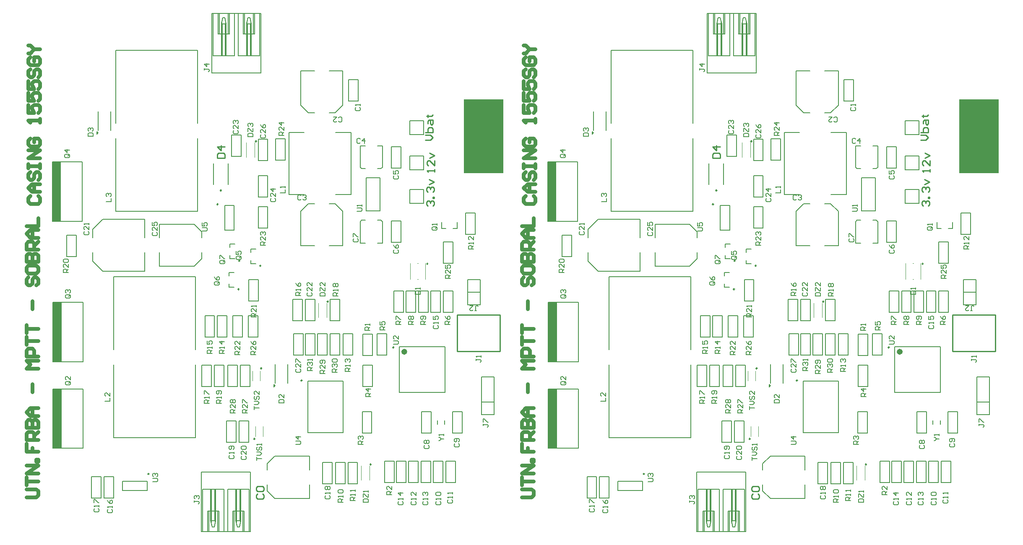
<source format=gto>
G04*
G04 #@! TF.GenerationSoftware,Altium Limited,Altium Designer,23.3.1 (30)*
G04*
G04 Layer_Color=65535*
%FSLAX25Y25*%
%MOIN*%
G70*
G04*
G04 #@! TF.SameCoordinates,731DBA42-33AF-4731-BD85-8EC7A1DC1BC3*
G04*
G04*
G04 #@! TF.FilePolarity,Positive*
G04*
G01*
G75*
%ADD35C,0.03000*%
%ADD36C,0.01000*%
%ADD57C,0.00984*%
%ADD58C,0.02362*%
%ADD59C,0.00500*%
%ADD60C,0.00787*%
%ADD61C,0.00800*%
%ADD62C,0.00394*%
%ADD63R,0.31496X0.59055*%
G36*
X427033Y234603D02*
X420096D01*
Y281848D01*
X427033D01*
Y234603D01*
D02*
G37*
G36*
X33332D02*
X26395D01*
Y281848D01*
X33332D01*
Y234603D01*
D02*
G37*
G36*
X427525Y122891D02*
X420588D01*
Y170135D01*
X427525D01*
Y122891D01*
D02*
G37*
G36*
X33824D02*
X26887D01*
Y170135D01*
X33824D01*
Y122891D01*
D02*
G37*
G36*
X427525Y53993D02*
X420588D01*
Y101237D01*
X427525D01*
Y53993D01*
D02*
G37*
G36*
X33824D02*
X26887D01*
Y101237D01*
X33824D01*
Y53993D01*
D02*
G37*
D35*
X402492Y254842D02*
X400918Y253267D01*
Y250119D01*
X402492Y248544D01*
X408789D01*
X410363Y250119D01*
Y253267D01*
X408789Y254842D01*
X410363Y257990D02*
X404066D01*
X400918Y261139D01*
X404066Y264287D01*
X410363D01*
X405641D01*
Y257990D01*
X402492Y273733D02*
X400918Y272159D01*
Y269010D01*
X402492Y267436D01*
X404066D01*
X405641Y269010D01*
Y272159D01*
X407215Y273733D01*
X408789D01*
X410363Y272159D01*
Y269010D01*
X408789Y267436D01*
X400918Y276882D02*
Y280030D01*
Y278456D01*
X410363D01*
Y276882D01*
Y280030D01*
Y284753D02*
X400918D01*
X410363Y291050D01*
X400918D01*
X402492Y300496D02*
X400918Y298922D01*
Y295773D01*
X402492Y294199D01*
X408789D01*
X410363Y295773D01*
Y298922D01*
X408789Y300496D01*
X405641D01*
Y297347D01*
X410363Y313090D02*
Y316239D01*
Y314665D01*
X400918D01*
X402492Y313090D01*
X400918Y327259D02*
Y320962D01*
X405641D01*
X404066Y324111D01*
Y325685D01*
X405641Y327259D01*
X408789D01*
X410363Y325685D01*
Y322536D01*
X408789Y320962D01*
X400918Y336705D02*
Y330408D01*
X405641D01*
X404066Y333556D01*
Y335131D01*
X405641Y336705D01*
X408789D01*
X410363Y335131D01*
Y331982D01*
X408789Y330408D01*
X400918Y346151D02*
Y339854D01*
X405641D01*
X404066Y343002D01*
Y344576D01*
X405641Y346151D01*
X408789D01*
X410363Y344576D01*
Y341428D01*
X408789Y339854D01*
X402492Y355596D02*
X400918Y354022D01*
Y350873D01*
X402492Y349299D01*
X404066D01*
X405641Y350873D01*
Y354022D01*
X407215Y355596D01*
X408789D01*
X410363Y354022D01*
Y350873D01*
X408789Y349299D01*
X402492Y365042D02*
X400918Y363468D01*
Y360319D01*
X402492Y358745D01*
X408789D01*
X410363Y360319D01*
Y363468D01*
X408789Y365042D01*
X405641D01*
Y361894D01*
X400918Y368191D02*
X402492D01*
X405641Y371339D01*
X402492Y374488D01*
X400918D01*
X405641Y371339D02*
X410363D01*
X399441Y15277D02*
X407313D01*
X408887Y16851D01*
Y19999D01*
X407313Y21574D01*
X399441D01*
Y24722D02*
Y31020D01*
Y27871D01*
X408887D01*
Y34168D02*
X399441D01*
X408887Y40465D01*
X399441D01*
X408887Y43614D02*
X407313D01*
Y45188D01*
X408887D01*
Y43614D01*
X399441Y57783D02*
Y51485D01*
X404164D01*
Y54634D01*
Y51485D01*
X408887D01*
Y60931D02*
X399441D01*
Y65654D01*
X401016Y67228D01*
X404164D01*
X405738Y65654D01*
Y60931D01*
Y64080D02*
X408887Y67228D01*
X399441Y70377D02*
X408887D01*
Y75100D01*
X407313Y76674D01*
X405738D01*
X404164Y75100D01*
Y70377D01*
Y75100D01*
X402590Y76674D01*
X401016D01*
X399441Y75100D01*
Y70377D01*
X408887Y79823D02*
X402590D01*
X399441Y82971D01*
X402590Y86120D01*
X408887D01*
X404164D01*
Y79823D01*
Y98714D02*
Y105011D01*
X408887Y117606D02*
X399441D01*
X402590Y120754D01*
X399441Y123903D01*
X408887D01*
Y127052D02*
X399441D01*
Y131774D01*
X401016Y133349D01*
X404164D01*
X405738Y131774D01*
Y127052D01*
X399441Y136497D02*
Y142795D01*
Y139646D01*
X408887D01*
X399441Y145943D02*
Y152240D01*
Y149092D01*
X408887D01*
X404164Y164835D02*
Y171132D01*
X401016Y190023D02*
X399441Y188449D01*
Y185301D01*
X401016Y183726D01*
X402590D01*
X404164Y185301D01*
Y188449D01*
X405738Y190023D01*
X407313D01*
X408887Y188449D01*
Y185301D01*
X407313Y183726D01*
X399441Y197895D02*
Y194746D01*
X401016Y193172D01*
X407313D01*
X408887Y194746D01*
Y197895D01*
X407313Y199469D01*
X401016D01*
X399441Y197895D01*
Y202618D02*
X408887D01*
Y207341D01*
X407313Y208915D01*
X405738D01*
X404164Y207341D01*
Y202618D01*
Y207341D01*
X402590Y208915D01*
X401016D01*
X399441Y207341D01*
Y202618D01*
X408887Y212064D02*
X399441D01*
Y216786D01*
X401016Y218361D01*
X404164D01*
X405738Y216786D01*
Y212064D01*
Y215212D02*
X408887Y218361D01*
Y221509D02*
X402590D01*
X399441Y224658D01*
X402590Y227806D01*
X408887D01*
X404164D01*
Y221509D01*
X399441Y230955D02*
X408887D01*
Y237252D01*
X8791Y254842D02*
X7217Y253267D01*
Y250119D01*
X8791Y248544D01*
X15088D01*
X16663Y250119D01*
Y253267D01*
X15088Y254842D01*
X16663Y257990D02*
X10366D01*
X7217Y261139D01*
X10366Y264287D01*
X16663D01*
X11940D01*
Y257990D01*
X8791Y273733D02*
X7217Y272159D01*
Y269010D01*
X8791Y267436D01*
X10366D01*
X11940Y269010D01*
Y272159D01*
X13514Y273733D01*
X15088D01*
X16663Y272159D01*
Y269010D01*
X15088Y267436D01*
X7217Y276882D02*
Y280030D01*
Y278456D01*
X16663D01*
Y276882D01*
Y280030D01*
Y284753D02*
X7217D01*
X16663Y291050D01*
X7217D01*
X8791Y300496D02*
X7217Y298922D01*
Y295773D01*
X8791Y294199D01*
X15088D01*
X16663Y295773D01*
Y298922D01*
X15088Y300496D01*
X11940D01*
Y297347D01*
X16663Y313090D02*
Y316239D01*
Y314665D01*
X7217D01*
X8791Y313090D01*
X7217Y327259D02*
Y320962D01*
X11940D01*
X10366Y324111D01*
Y325685D01*
X11940Y327259D01*
X15088D01*
X16663Y325685D01*
Y322536D01*
X15088Y320962D01*
X7217Y336705D02*
Y330408D01*
X11940D01*
X10366Y333556D01*
Y335131D01*
X11940Y336705D01*
X15088D01*
X16663Y335131D01*
Y331982D01*
X15088Y330408D01*
X7217Y346151D02*
Y339854D01*
X11940D01*
X10366Y343002D01*
Y344576D01*
X11940Y346151D01*
X15088D01*
X16663Y344576D01*
Y341428D01*
X15088Y339854D01*
X8791Y355596D02*
X7217Y354022D01*
Y350873D01*
X8791Y349299D01*
X10366D01*
X11940Y350873D01*
Y354022D01*
X13514Y355596D01*
X15088D01*
X16663Y354022D01*
Y350873D01*
X15088Y349299D01*
X8791Y365042D02*
X7217Y363468D01*
Y360319D01*
X8791Y358745D01*
X15088D01*
X16663Y360319D01*
Y363468D01*
X15088Y365042D01*
X11940D01*
Y361894D01*
X7217Y368191D02*
X8791D01*
X11940Y371339D01*
X8791Y374488D01*
X7217D01*
X11940Y371339D02*
X16663D01*
X5741Y15277D02*
X13612D01*
X15186Y16851D01*
Y19999D01*
X13612Y21574D01*
X5741D01*
Y24722D02*
Y31020D01*
Y27871D01*
X15186D01*
Y34168D02*
X5741D01*
X15186Y40465D01*
X5741D01*
X15186Y43614D02*
X13612D01*
Y45188D01*
X15186D01*
Y43614D01*
X5741Y57783D02*
Y51485D01*
X10464D01*
Y54634D01*
Y51485D01*
X15186D01*
Y60931D02*
X5741D01*
Y65654D01*
X7315Y67228D01*
X10464D01*
X12038Y65654D01*
Y60931D01*
Y64080D02*
X15186Y67228D01*
X5741Y70377D02*
X15186D01*
Y75100D01*
X13612Y76674D01*
X12038D01*
X10464Y75100D01*
Y70377D01*
Y75100D01*
X8889Y76674D01*
X7315D01*
X5741Y75100D01*
Y70377D01*
X15186Y79823D02*
X8889D01*
X5741Y82971D01*
X8889Y86120D01*
X15186D01*
X10464D01*
Y79823D01*
Y98714D02*
Y105011D01*
X15186Y117606D02*
X5741D01*
X8889Y120754D01*
X5741Y123903D01*
X15186D01*
Y127052D02*
X5741D01*
Y131774D01*
X7315Y133349D01*
X10464D01*
X12038Y131774D01*
Y127052D01*
X5741Y136497D02*
Y142795D01*
Y139646D01*
X15186D01*
X5741Y145943D02*
Y152240D01*
Y149092D01*
X15186D01*
X10464Y164835D02*
Y171132D01*
X7315Y190023D02*
X5741Y188449D01*
Y185301D01*
X7315Y183726D01*
X8889D01*
X10464Y185301D01*
Y188449D01*
X12038Y190023D01*
X13612D01*
X15186Y188449D01*
Y185301D01*
X13612Y183726D01*
X5741Y197895D02*
Y194746D01*
X7315Y193172D01*
X13612D01*
X15186Y194746D01*
Y197895D01*
X13612Y199469D01*
X7315D01*
X5741Y197895D01*
Y202618D02*
X15186D01*
Y207341D01*
X13612Y208915D01*
X12038D01*
X10464Y207341D01*
Y202618D01*
Y207341D01*
X8889Y208915D01*
X7315D01*
X5741Y207341D01*
Y202618D01*
X15186Y212064D02*
X5741D01*
Y216786D01*
X7315Y218361D01*
X10464D01*
X12038Y216786D01*
Y212064D01*
Y215212D02*
X15186Y218361D01*
Y221509D02*
X8889D01*
X5741Y224658D01*
X8889Y227806D01*
X15186D01*
X10464D01*
Y221509D01*
X5741Y230955D02*
X15186D01*
Y237252D01*
D36*
X496553Y34127D02*
G03*
X496553Y34127I0J-492D01*
G01*
X551454Y248517D02*
G03*
X551454Y248517I0J-492D01*
G01*
X618186Y108418D02*
G03*
X618186Y108418I0J-492D01*
G01*
X718208Y201208D02*
G03*
X718208Y201208I0J-447D01*
G01*
X775836Y131143D02*
X741836D01*
X775836D02*
Y160143D01*
X741836D01*
Y131143D02*
Y160143D01*
X716467Y299032D02*
X720466D01*
X722465Y301031D01*
X720466Y303031D01*
X716467D01*
Y305030D02*
X722465D01*
Y308029D01*
X721465Y309029D01*
X720466D01*
X719466D01*
X718466Y308029D01*
Y305030D01*
Y312028D02*
Y314027D01*
X719466Y315027D01*
X722465D01*
Y312028D01*
X721465Y311028D01*
X720466Y312028D01*
Y315027D01*
X717466Y318026D02*
X718466D01*
Y317026D01*
Y319025D01*
Y318026D01*
X721465D01*
X722465Y319025D01*
X723941Y273972D02*
Y275971D01*
Y274972D01*
X717943D01*
X718943Y273972D01*
X723941Y282969D02*
Y278970D01*
X719943Y282969D01*
X718943D01*
X717943Y281969D01*
Y279970D01*
X718943Y278970D01*
X719943Y284968D02*
X723941Y286968D01*
X719943Y288967D01*
X718451Y246859D02*
X717451Y247859D01*
Y249858D01*
X718451Y250857D01*
X719450D01*
X720450Y249858D01*
Y248858D01*
Y249858D01*
X721450Y250857D01*
X722449D01*
X723449Y249858D01*
Y247859D01*
X722449Y246859D01*
X723449Y252857D02*
X722449D01*
Y253856D01*
X723449D01*
Y252857D01*
X718451Y257855D02*
X717451Y258855D01*
Y260854D01*
X718451Y261854D01*
X719450D01*
X720450Y260854D01*
Y259855D01*
Y260854D01*
X721450Y261854D01*
X722449D01*
X723449Y260854D01*
Y258855D01*
X722449Y257855D01*
X719450Y263853D02*
X723449Y265853D01*
X719450Y267852D01*
X551113Y284837D02*
X557111D01*
Y287836D01*
X556111Y288836D01*
X552112D01*
X551113Y287836D01*
Y284837D01*
X557111Y293834D02*
X551113D01*
X554111Y290835D01*
Y294834D01*
X583116Y17675D02*
X582117Y16675D01*
Y14676D01*
X583116Y13676D01*
X587115D01*
X588115Y14676D01*
Y16675D01*
X587115Y17675D01*
X583116Y19674D02*
X582117Y20674D01*
Y22673D01*
X583116Y23673D01*
X587115D01*
X588115Y22673D01*
Y20674D01*
X587115Y19674D01*
X583116D01*
X102852Y34127D02*
G03*
X102852Y34127I0J-492D01*
G01*
X157753Y248517D02*
G03*
X157753Y248517I0J-492D01*
G01*
X224486Y108418D02*
G03*
X224486Y108418I0J-492D01*
G01*
X324507Y201208D02*
G03*
X324507Y201208I0J-447D01*
G01*
X382135Y131143D02*
X348135D01*
X382135D02*
Y160143D01*
X348135D01*
Y131143D02*
Y160143D01*
X322766Y299032D02*
X326765D01*
X328764Y301031D01*
X326765Y303031D01*
X322766D01*
Y305030D02*
X328764D01*
Y308029D01*
X327764Y309029D01*
X326765D01*
X325765D01*
X324765Y308029D01*
Y305030D01*
Y312028D02*
Y314027D01*
X325765Y315027D01*
X328764D01*
Y312028D01*
X327764Y311028D01*
X326765Y312028D01*
Y315027D01*
X323766Y318026D02*
X324765D01*
Y317026D01*
Y319025D01*
Y318026D01*
X327764D01*
X328764Y319025D01*
X330241Y273972D02*
Y275971D01*
Y274972D01*
X324242D01*
X325242Y273972D01*
X330241Y282969D02*
Y278970D01*
X326242Y282969D01*
X325242D01*
X324242Y281969D01*
Y279970D01*
X325242Y278970D01*
X326242Y284968D02*
X330241Y286968D01*
X326242Y288967D01*
X324750Y246859D02*
X323750Y247859D01*
Y249858D01*
X324750Y250857D01*
X325750D01*
X326749Y249858D01*
Y248858D01*
Y249858D01*
X327749Y250857D01*
X328749D01*
X329748Y249858D01*
Y247859D01*
X328749Y246859D01*
X329748Y252857D02*
X328749D01*
Y253856D01*
X329748D01*
Y252857D01*
X324750Y257855D02*
X323750Y258855D01*
Y260854D01*
X324750Y261854D01*
X325750D01*
X326749Y260854D01*
Y259855D01*
Y260854D01*
X327749Y261854D01*
X328749D01*
X329748Y260854D01*
Y258855D01*
X328749Y257855D01*
X325750Y263853D02*
X329748Y265853D01*
X325750Y267852D01*
X157412Y284837D02*
X163410D01*
Y287836D01*
X162410Y288836D01*
X158411D01*
X157412Y287836D01*
Y284837D01*
X163410Y293834D02*
X157412D01*
X160411Y290835D01*
Y294834D01*
X189415Y17675D02*
X188416Y16675D01*
Y14676D01*
X189415Y13676D01*
X193414D01*
X194414Y14676D01*
Y16675D01*
X193414Y17675D01*
X189415Y19674D02*
X188416Y20674D01*
Y22673D01*
X189415Y23673D01*
X193414D01*
X194414Y22673D01*
Y20674D01*
X193414Y19674D01*
X189415D01*
D57*
X639052Y171135D02*
G03*
X639052Y171135I0J-492D01*
G01*
X568186Y180977D02*
G03*
X568186Y180977I0J-492D01*
G01*
X568679Y203615D02*
G03*
X568679Y203615I0J-492D01*
G01*
X585411Y199678D02*
G03*
X585411Y199678I0J-492D01*
G01*
X691119Y134718D02*
G03*
X691119Y134718I0J-492D01*
G01*
X581966Y298596D02*
G03*
X581966Y298596I0J-492D01*
G01*
X554111Y259521D02*
G03*
X554111Y259521I0J-492D01*
G01*
X673009Y41706D02*
G03*
X673009Y41706I0J-492D01*
G01*
X586100Y118084D02*
G03*
X586100Y118084I0J-492D01*
G01*
X580686Y61981D02*
G03*
X580686Y61981I0J-492D01*
G01*
X245352Y171135D02*
G03*
X245352Y171135I0J-492D01*
G01*
X174486Y180977D02*
G03*
X174486Y180977I0J-492D01*
G01*
X174978Y203615D02*
G03*
X174978Y203615I0J-492D01*
G01*
X191710Y199678D02*
G03*
X191710Y199678I0J-492D01*
G01*
X297419Y134718D02*
G03*
X297419Y134718I0J-492D01*
G01*
X188265Y298596D02*
G03*
X188265Y298596I0J-492D01*
G01*
X160411Y259521D02*
G03*
X160411Y259521I0J-492D01*
G01*
X279308Y41706D02*
G03*
X279308Y41706I0J-492D01*
G01*
X192399Y118084D02*
G03*
X192399Y118084I0J-492D01*
G01*
X186986Y61981D02*
G03*
X186986Y61981I0J-492D01*
G01*
D58*
X699879Y131962D02*
G03*
X699879Y131962I0J-1181D01*
G01*
X306178D02*
G03*
X306178Y131962I0J-1181D01*
G01*
D59*
X533954Y62450D02*
X468954D01*
X533954Y190450D02*
X468954D01*
X533954Y132450D02*
Y190450D01*
Y62450D02*
Y120450D01*
X468954Y62450D02*
Y120450D01*
Y132450D02*
Y190450D01*
X535430Y242568D02*
Y300568D01*
Y312568D02*
Y370568D01*
X470431Y312568D02*
Y370568D01*
Y242568D02*
Y300568D01*
X535430Y242568D02*
X470431D01*
X535430Y370568D02*
X470431D01*
X620352Y255879D02*
X608245D01*
X620352Y305092D02*
X608245D01*
X657458Y255879D02*
X645352D01*
X657458Y305092D02*
X645352D01*
X608245Y255879D02*
Y305092D01*
X657458Y255879D02*
Y305092D01*
X597340Y103663D02*
X596340Y104663D01*
Y102663D02*
Y104663D01*
Y102663D02*
X597340Y103663D01*
X607340Y105663D02*
Y120662D01*
X597340Y105663D02*
Y120662D01*
X456592Y306942D02*
Y321942D01*
X466592Y306942D02*
Y321942D01*
X455592Y303942D02*
X456592Y304942D01*
X455592Y303942D02*
Y305942D01*
X456592Y304942D02*
X455592Y305942D01*
X140253Y62450D02*
X75253D01*
X140253Y190450D02*
X75253D01*
X140253Y132450D02*
Y190450D01*
Y62450D02*
Y120450D01*
X75253Y62450D02*
Y120450D01*
Y132450D02*
Y190450D01*
X141730Y242568D02*
Y300568D01*
Y312568D02*
Y370568D01*
X76730Y312568D02*
Y370568D01*
Y242568D02*
Y300568D01*
X141730Y242568D02*
X76730D01*
X141730Y370568D02*
X76730D01*
X226651Y255879D02*
X214545D01*
X226651Y305092D02*
X214545D01*
X263757Y255879D02*
X251651D01*
X263757Y305092D02*
X251651D01*
X214545Y255879D02*
Y305092D01*
X263757Y255879D02*
Y305092D01*
X203639Y103663D02*
X202639Y104663D01*
Y102663D02*
Y104663D01*
Y102663D02*
X203639Y103663D01*
X213639Y105663D02*
Y120662D01*
X203639Y105663D02*
Y120662D01*
X62891Y306942D02*
Y321942D01*
X72891Y306942D02*
Y321942D01*
X61891Y303942D02*
X62891Y304942D01*
X61891Y303942D02*
Y305942D01*
X62891Y304942D02*
X61891Y305942D01*
D60*
X628521Y320840D02*
X623649D01*
X617596Y326893D01*
X645007Y320840D02*
X651060Y326893D01*
X645007Y320840D02*
X640135D01*
X617596Y326893D02*
Y354304D01*
X628521D02*
X617596D01*
X651060D02*
X640135D01*
X651060Y326893D02*
Y354304D01*
X532802Y232257D02*
X505391D01*
Y221332D02*
Y232257D01*
Y198792D02*
Y209718D01*
X532802Y198792D02*
X505391D01*
X538856Y221332D02*
Y226204D01*
X532802Y232257D01*
Y198792D02*
X538856Y204846D01*
Y209718D01*
X493580Y194855D02*
X460263D01*
X493580D02*
Y209718D01*
Y221332D02*
Y236194D01*
X460263D01*
X452242Y202877D02*
Y209718D01*
X460263Y194855D02*
X452242Y202877D01*
Y228172D02*
X460263Y236194D01*
X452242Y221332D02*
Y228172D01*
X597556Y283304D02*
Y300304D01*
X605156Y283304D02*
Y300304D01*
Y283304D02*
X597556D01*
X605156Y300304D02*
X597556D01*
X591376Y282812D02*
Y299812D01*
X583776Y282812D02*
Y299812D01*
X591376D02*
X583776D01*
X591376Y282812D02*
X583776D01*
X715123Y248903D02*
X704123D01*
Y259903D01*
X715123D02*
X704123D01*
X715123Y248903D02*
Y259903D01*
X704123Y275477D02*
Y286477D01*
X715123D02*
X704123D01*
X715123Y275477D02*
Y286477D01*
Y275477D02*
X704123D01*
X697183Y293907D02*
X689583D01*
X697183Y276907D02*
X689583D01*
X697183D02*
Y293907D01*
X689583Y276907D02*
Y293907D01*
X697183Y217851D02*
Y234852D01*
X689583Y217851D02*
Y234852D01*
X697183D02*
X689583D01*
X697183Y217851D02*
X689583D01*
X756238Y224249D02*
X748638D01*
X756238Y241249D02*
X748638D01*
Y224249D02*
Y241249D01*
X756238Y224249D02*
Y241249D01*
X738522Y218119D02*
X730922D01*
X738522Y201119D02*
X730922D01*
X738522D02*
Y218119D01*
X730922Y201119D02*
Y218119D01*
X674053Y66277D02*
Y83277D01*
X666453Y66277D02*
Y83277D01*
X674053D02*
X666453D01*
X674053Y66277D02*
X666453D01*
X674545Y144792D02*
X666945D01*
X674545Y127792D02*
X666945D01*
X674545D02*
Y144792D01*
X666945Y127792D02*
Y144792D01*
X618935Y155351D02*
Y172351D01*
X611335Y155351D02*
Y172351D01*
X618935D02*
X611335D01*
X618935Y155351D02*
X611335D01*
X640863Y155351D02*
Y172352D01*
X648463Y155351D02*
Y172352D01*
Y155351D02*
X640863D01*
X648463Y172352D02*
X640863D01*
X628778Y155351D02*
X621178D01*
X628778Y172351D02*
X621178D01*
Y155351D02*
Y172351D01*
X628778Y155351D02*
Y172351D01*
X560706Y191115D02*
Y193871D01*
X564643D02*
X560706D01*
Y182060D02*
Y184816D01*
X564643Y182060D02*
X560706D01*
X565135Y204698D02*
X561198D01*
Y207454D01*
X565135Y216509D02*
X561198D01*
Y213753D02*
Y216509D01*
X577930Y209816D02*
Y212572D01*
X581868D02*
X577930D01*
Y200761D02*
Y203517D01*
X581868Y200761D02*
X577930D01*
X732163Y98497D02*
X695942D01*
X732163Y134718D02*
X695942D01*
X732163Y98497D02*
Y134718D01*
X695942Y98497D02*
Y134718D01*
X570215Y303257D02*
X562615D01*
X570215Y286257D02*
X562615D01*
X570215D02*
Y303257D01*
X562615Y286257D02*
Y303257D01*
X583994Y188100D02*
X576394D01*
X583994Y171099D02*
X576394D01*
X583994D02*
Y188100D01*
X576394Y171099D02*
Y188100D01*
X451394Y14603D02*
Y31603D01*
X458994Y14603D02*
Y31603D01*
Y14603D02*
X451394D01*
X458994Y31603D02*
X451394D01*
X461237Y14603D02*
Y31603D01*
X468837Y14603D02*
Y31603D01*
Y14603D02*
X461237D01*
X468837Y31603D02*
X461237D01*
X495549Y27828D02*
X475864D01*
X495549Y20347D02*
X475864D01*
X495549D02*
Y27828D01*
X475864Y20347D02*
Y27828D01*
X586021Y399875D02*
X546808D01*
X586021Y352631D02*
X546808D01*
X586021D02*
Y399875D01*
X581021Y383537D02*
X571808D01*
X572793D02*
Y399875D01*
X580037Y383537D02*
Y399875D01*
X581021Y383537D02*
Y399875D01*
X571808Y383537D02*
Y399875D01*
X584895Y366214D02*
Y399875D01*
X567934Y366214D02*
Y399875D01*
X577202Y396332D02*
X575627D01*
X574801Y392425D02*
X574744Y392653D01*
X574919Y391994D02*
X574801Y392425D01*
X575044Y391596D02*
X574919Y391994D01*
X575109Y391410D02*
X575044Y391596D01*
X577720Y391410D02*
X577785Y391596D01*
X577910Y391994D01*
X578028Y392425D01*
X578085Y392653D01*
X578028Y392425D02*
X578085Y392653D01*
X577910Y391994D02*
X578028Y392425D01*
X577785Y391596D02*
X577910Y391994D01*
X577720Y391410D02*
X577785Y391596D01*
X577720Y391410D02*
X575109D01*
Y366214D02*
Y391410D01*
X574446D02*
X575627Y396332D01*
X574446Y366214D02*
Y391410D01*
X578383D02*
X577202Y396332D01*
X578383Y366214D02*
Y391410D01*
X577720Y366214D02*
Y391410D01*
X584895Y366214D02*
X567934D01*
X564895D02*
X547934D01*
X557720D02*
Y391410D01*
X558383Y366214D02*
Y391410D01*
X557202Y396332D01*
X557720Y391410D02*
X555109D01*
X557720D02*
X557785Y391596D01*
X557910Y391994D01*
X558029Y392425D01*
X558085Y392653D01*
X558029Y392425D02*
X558085Y392653D01*
X557910Y391994D02*
X558029Y392425D01*
X557785Y391596D02*
X557910Y391994D01*
X557720Y391410D02*
X557785Y391596D01*
X557202Y396332D02*
X555627D01*
X564895Y366214D02*
Y399875D01*
X561021Y383537D02*
Y399875D01*
X560037Y383537D02*
Y399875D01*
X561021Y383537D02*
X551808D01*
X552793D02*
Y399875D01*
X551808Y383537D02*
Y399875D01*
X547934Y366214D02*
Y399875D01*
X554801Y392425D02*
X554744Y392653D01*
X554919Y391994D02*
X554801Y392425D01*
X555044Y391596D02*
X554919Y391994D01*
X555109Y391410D02*
X555044Y391596D01*
X555109Y366214D02*
Y391410D01*
X554446D02*
X555627Y396332D01*
X554446Y366214D02*
Y391410D01*
X546808Y352631D02*
Y399875D01*
X557261Y227336D02*
Y247021D01*
X564742Y227336D02*
Y247021D01*
X557261D01*
X564742Y227336D02*
X557261D01*
X548305Y263753D02*
Y280485D01*
X559919Y263753D02*
Y280485D01*
X591376Y253777D02*
Y270777D01*
X583776Y253777D02*
Y270777D01*
X591376D02*
X583776D01*
X591376Y253777D02*
X583776D01*
X591376Y229170D02*
Y246170D01*
X583776Y229170D02*
Y246170D01*
X591376D02*
X583776D01*
X591376Y229170D02*
X583776D01*
X666945Y103186D02*
Y120186D01*
X674545Y103186D02*
Y120186D01*
Y103186D02*
X666945D01*
X674545Y120186D02*
X666945D01*
X715123Y303529D02*
X704123D01*
Y314529D01*
X715123D02*
X704123D01*
X715123Y303529D02*
Y314529D01*
X645007Y248497D02*
X640135D01*
X651060Y242444D02*
X645007Y248497D01*
X617596Y242444D02*
X623649Y248497D01*
X628521D02*
X623649D01*
X651060Y215033D02*
Y242444D01*
Y215033D02*
X640135D01*
X628521D02*
X617596D01*
Y242444D01*
X680675Y242690D02*
Y269068D01*
X680675Y242690D02*
X680675Y242690D01*
X680675Y242690D02*
X669674D01*
X680675Y269068D02*
X669674D01*
Y242690D02*
Y269068D01*
X655626Y330056D02*
Y347056D01*
X663227Y330056D02*
Y347056D01*
Y330056D02*
X655626D01*
X663227Y347056D02*
X655626D01*
X642557Y25922D02*
Y42922D01*
X634957Y25922D02*
Y42922D01*
X642557D02*
X634957D01*
X642557Y25922D02*
X634957D01*
X662734Y42922D02*
X655134D01*
X662734Y25922D02*
X655134D01*
X662734D02*
Y42922D01*
X655134Y25922D02*
Y42922D01*
X652892Y25922D02*
X645292D01*
X652892Y42922D02*
X645292D01*
Y25922D02*
Y42922D01*
X652892Y25922D02*
Y42922D01*
X567262Y120186D02*
X559662D01*
X567262Y103186D02*
X559662D01*
X567262D02*
Y120186D01*
X559662Y103186D02*
Y120186D01*
X577105D02*
X569504D01*
X577105Y103186D02*
X569504D01*
X577105D02*
Y120186D01*
X569504Y103186D02*
Y120186D01*
X685864Y145284D02*
X678264D01*
X685864Y128285D02*
X678264D01*
X685864D02*
Y145284D01*
X678264Y128285D02*
Y145284D01*
X623206Y66607D02*
Y107552D01*
X651356Y66607D02*
Y107552D01*
X623206D01*
X651356Y66607D02*
X623206D01*
X721297Y66277D02*
Y83277D01*
X713697Y66277D02*
Y83277D01*
X721297D02*
X713697D01*
X721297Y66277D02*
X713697D01*
X701394Y162241D02*
Y179241D01*
X708994Y162241D02*
Y179241D01*
Y162241D02*
X701394D01*
X708994Y179241D02*
X701394D01*
X699152D02*
X691552D01*
X699152Y162241D02*
X691552D01*
X699152D02*
Y179241D01*
X691552Y162241D02*
Y179241D01*
X718837D02*
X711237D01*
X718837Y162241D02*
X711237D01*
X718837D02*
Y179241D01*
X711237Y162241D02*
Y179241D01*
X728679Y162241D02*
X721079D01*
X728679Y179241D02*
X721079D01*
Y162241D02*
Y179241D01*
X728679Y162241D02*
Y179241D01*
X546593Y120186D02*
X538993D01*
X546593Y103186D02*
X538993D01*
X546593D02*
Y120186D01*
X538993Y103186D02*
Y120186D01*
X740490Y43907D02*
X732890D01*
X740490Y26907D02*
X732890D01*
X740490D02*
Y43907D01*
X732890Y26907D02*
Y43907D01*
X745904Y66277D02*
X738304D01*
X745904Y83277D02*
X738304D01*
Y66277D02*
Y83277D01*
X745904Y66277D02*
Y83277D01*
X738522Y162241D02*
X730922D01*
X738522Y179241D02*
X730922D01*
Y162241D02*
Y179241D01*
X738522Y162241D02*
Y179241D01*
X701120Y26907D02*
Y43907D01*
X693520Y26907D02*
Y43907D01*
X701120D02*
X693520D01*
X701120Y26907D02*
X693520D01*
X720805D02*
Y43907D01*
X713205Y26907D02*
Y43907D01*
X720805D02*
X713205D01*
X720805Y26907D02*
X713205D01*
X710963D02*
Y43907D01*
X703363Y26907D02*
Y43907D01*
X710963D02*
X703363D01*
X710963Y26907D02*
X703363D01*
X723048D02*
Y43907D01*
X730648Y26907D02*
Y43907D01*
Y26907D02*
X723048D01*
X730648Y43907D02*
X723048D01*
X658797Y128285D02*
X651197D01*
X658797Y145284D02*
X651197D01*
Y128285D02*
Y145284D01*
X658797Y128285D02*
Y145284D01*
X619427D02*
X611827D01*
X619427Y128285D02*
X611827D01*
X619427D02*
Y145284D01*
X611827Y128285D02*
Y145284D01*
X648463Y128285D02*
X640863D01*
X648463Y145284D02*
X640863D01*
Y128285D02*
Y145284D01*
X648463Y128285D02*
Y145284D01*
X628778Y128285D02*
X621178D01*
X628778Y145284D02*
X621178D01*
Y128285D02*
Y145284D01*
X628778Y128285D02*
Y145284D01*
X638620Y128285D02*
Y145284D01*
X631020Y128285D02*
Y145284D01*
X638620D02*
X631020D01*
X638620Y128285D02*
X631020D01*
X771218Y80938D02*
X761218D01*
X771218Y90938D02*
X761218D01*
X771218Y110938D02*
X761218D01*
Y80938D02*
Y110938D01*
X771218Y80938D02*
Y110938D01*
X760391Y178123D02*
X750391D01*
X760391Y168123D02*
X750391D01*
Y188123D01*
X760391D02*
X750391D01*
X760391Y168123D02*
Y188123D01*
X691770Y26907D02*
X684170D01*
X691770Y43907D02*
X684170D01*
Y26907D02*
Y43907D01*
X691770Y26907D02*
Y43907D01*
X439309Y206533D02*
Y223533D01*
X431709Y206533D02*
Y223533D01*
X439309D02*
X431709D01*
X439309Y206533D02*
X431709D01*
X591021Y36784D02*
Y41657D01*
X597074Y47710D01*
Y14245D02*
X591021Y20298D01*
Y25170D01*
X624486Y47710D02*
X597074D01*
X624486Y36784D02*
Y47710D01*
Y14245D02*
Y25170D01*
Y14245D02*
X597074D01*
X583502Y142556D02*
Y159556D01*
X575902Y142556D02*
Y159556D01*
X583502D02*
X575902D01*
X583502Y142556D02*
X575902D01*
X563599D02*
Y159556D01*
X571199Y142556D02*
Y159556D01*
Y142556D02*
X563599D01*
X571199Y159556D02*
X563599D01*
X741808Y228812D02*
Y233930D01*
Y228812D02*
X738462D01*
X729604D02*
Y233930D01*
X732950Y228812D02*
X729604D01*
X556435Y103186D02*
X548835D01*
X556435Y120186D02*
X548835D01*
Y103186D02*
Y120186D01*
X556435Y103186D02*
Y120186D01*
X558896Y159556D02*
X551296D01*
X558896Y142556D02*
X551296D01*
X558896D02*
Y159556D01*
X551296Y142556D02*
Y159556D01*
X576120Y58895D02*
X568520D01*
X576120Y75895D02*
X568520D01*
Y58895D02*
Y75895D01*
X576120Y58895D02*
Y75895D01*
X566278Y58895D02*
X558678D01*
X566278Y75895D02*
X558678D01*
Y58895D02*
Y75895D01*
X566278Y58895D02*
Y75895D01*
X577655Y-12133D02*
X538442D01*
X577655Y35111D02*
X538442D01*
Y-12133D02*
Y35111D01*
X552655Y4206D02*
X543442D01*
X551671Y-12133D02*
Y4206D01*
X544426Y-12133D02*
Y4206D01*
X543442Y-12133D02*
Y4206D01*
X552655Y-12133D02*
Y4206D01*
X539568Y-12133D02*
Y21529D01*
X556529Y-12133D02*
Y21529D01*
X548836Y-8590D02*
X547261D01*
X549719Y-4911D02*
X549662Y-4683D01*
X549544Y-4251D01*
X549419Y-3854D01*
X549354Y-3668D01*
X546678Y-3854D02*
X546743Y-3668D01*
X546553Y-4251D02*
X546678Y-3854D01*
X546435Y-4683D02*
X546553Y-4251D01*
X546378Y-4911D02*
X546435Y-4683D01*
X546378Y-4911D02*
X546435Y-4683D01*
X546553Y-4251D01*
X546678Y-3854D01*
X546743Y-3668D01*
X549354D02*
X546743D01*
X549354D02*
Y21529D01*
X548836Y-8590D02*
X550017Y-3668D01*
Y21529D01*
X547261Y-8590D02*
X546080Y-3668D01*
Y21529D01*
X546743Y-3668D02*
Y21529D01*
X556529D02*
X539568D01*
X576529D02*
X559568D01*
X566743Y-3668D02*
Y21529D01*
X566080Y-3668D02*
Y21529D01*
X567261Y-8590D02*
X566080Y-3668D01*
X569354D02*
X566743D01*
X566678Y-3854D02*
X566743Y-3668D01*
X566553Y-4251D02*
X566678Y-3854D01*
X566435Y-4683D02*
X566553Y-4251D01*
X566378Y-4911D02*
X566435Y-4683D01*
X566378Y-4911D02*
X566435Y-4683D01*
X566553Y-4251D01*
X566678Y-3854D01*
X566743Y-3668D01*
X568836Y-8590D02*
X567261D01*
X559568Y-12133D02*
Y21529D01*
X563442Y-12133D02*
Y4206D01*
X564427Y-12133D02*
Y4206D01*
X572655D02*
X563442D01*
X571671Y-12133D02*
Y4206D01*
X572655Y-12133D02*
Y4206D01*
X576529Y-12133D02*
Y21529D01*
X569719Y-4911D02*
X569662Y-4683D01*
X569544Y-4251D01*
X569419Y-3854D01*
X569354Y-3668D01*
Y21529D01*
X568836Y-8590D02*
X570017Y-3668D01*
Y21529D01*
X577655Y-12133D02*
Y35111D01*
X549053Y142556D02*
X541453D01*
X549053Y159556D02*
X541453D01*
Y142556D02*
Y159556D01*
X549053Y142556D02*
Y159556D01*
X420096Y234603D02*
Y281848D01*
X444033D02*
X420096D01*
X444033Y234603D02*
X420096D01*
X444033D02*
Y281848D01*
X420588Y53993D02*
Y101237D01*
X444525D02*
X420588D01*
X444525Y53993D02*
X420588D01*
X444525D02*
Y101237D01*
X420588Y122891D02*
Y170135D01*
X444525D02*
X420588D01*
X444525Y122891D02*
X420588D01*
X444525D02*
Y170135D01*
X234820Y320840D02*
X229948D01*
X223895Y326893D01*
X251306Y320840D02*
X257360Y326893D01*
X251306Y320840D02*
X246434D01*
X223895Y326893D02*
Y354304D01*
X234820D02*
X223895D01*
X257360D02*
X246434D01*
X257360Y326893D02*
Y354304D01*
X139102Y232257D02*
X111690D01*
Y221332D02*
Y232257D01*
Y198792D02*
Y209718D01*
X139102Y198792D02*
X111690D01*
X145155Y221332D02*
Y226204D01*
X139102Y232257D01*
Y198792D02*
X145155Y204846D01*
Y209718D01*
X99879Y194855D02*
X66562D01*
X99879D02*
Y209718D01*
Y221332D02*
Y236194D01*
X66562D01*
X58541Y202877D02*
Y209718D01*
X66562Y194855D02*
X58541Y202877D01*
Y228172D02*
X66562Y236194D01*
X58541Y221332D02*
Y228172D01*
X203855Y283304D02*
Y300304D01*
X211455Y283304D02*
Y300304D01*
Y283304D02*
X203855D01*
X211455Y300304D02*
X203855D01*
X197675Y282812D02*
Y299812D01*
X190075Y282812D02*
Y299812D01*
X197675D02*
X190075D01*
X197675Y282812D02*
X190075D01*
X321423Y248903D02*
X310423D01*
Y259903D01*
X321423D02*
X310423D01*
X321423Y248903D02*
Y259903D01*
X310423Y275477D02*
Y286477D01*
X321423D02*
X310423D01*
X321423Y275477D02*
Y286477D01*
Y275477D02*
X310423D01*
X303482Y293907D02*
X295882D01*
X303482Y276907D02*
X295882D01*
X303482D02*
Y293907D01*
X295882Y276907D02*
Y293907D01*
X303482Y217851D02*
Y234852D01*
X295882Y217851D02*
Y234852D01*
X303482D02*
X295882D01*
X303482Y217851D02*
X295882D01*
X362538Y224249D02*
X354938D01*
X362538Y241249D02*
X354938D01*
Y224249D02*
Y241249D01*
X362538Y224249D02*
Y241249D01*
X344821Y218119D02*
X337221D01*
X344821Y201119D02*
X337221D01*
X344821D02*
Y218119D01*
X337221Y201119D02*
Y218119D01*
X280352Y66277D02*
Y83277D01*
X272752Y66277D02*
Y83277D01*
X280352D02*
X272752D01*
X280352Y66277D02*
X272752D01*
X280845Y144792D02*
X273245D01*
X280845Y127792D02*
X273245D01*
X280845D02*
Y144792D01*
X273245Y127792D02*
Y144792D01*
X225234Y155351D02*
Y172351D01*
X217634Y155351D02*
Y172351D01*
X225234D02*
X217634D01*
X225234Y155351D02*
X217634D01*
X247162Y155351D02*
Y172352D01*
X254762Y155351D02*
Y172352D01*
Y155351D02*
X247162D01*
X254762Y172352D02*
X247162D01*
X235077Y155351D02*
X227477D01*
X235077Y172351D02*
X227477D01*
Y155351D02*
Y172351D01*
X235077Y155351D02*
Y172351D01*
X167005Y191115D02*
Y193871D01*
X170942D02*
X167005D01*
Y182060D02*
Y184816D01*
X170942Y182060D02*
X167005D01*
X171434Y204698D02*
X167497D01*
Y207454D01*
X171434Y216509D02*
X167497D01*
Y213753D02*
Y216509D01*
X184230Y209816D02*
Y212572D01*
X188167D02*
X184230D01*
Y200761D02*
Y203517D01*
X188167Y200761D02*
X184230D01*
X338462Y98497D02*
X302241D01*
X338462Y134718D02*
X302241D01*
X338462Y98497D02*
Y134718D01*
X302241Y98497D02*
Y134718D01*
X176514Y303257D02*
X168914D01*
X176514Y286257D02*
X168914D01*
X176514D02*
Y303257D01*
X168914Y286257D02*
Y303257D01*
X190293Y188100D02*
X182693D01*
X190293Y171099D02*
X182693D01*
X190293D02*
Y188100D01*
X182693Y171099D02*
Y188100D01*
X57693Y14603D02*
Y31603D01*
X65293Y14603D02*
Y31603D01*
Y14603D02*
X57693D01*
X65293Y31603D02*
X57693D01*
X67536Y14603D02*
Y31603D01*
X75136Y14603D02*
Y31603D01*
Y14603D02*
X67536D01*
X75136Y31603D02*
X67536D01*
X101848Y27828D02*
X82163D01*
X101848Y20347D02*
X82163D01*
X101848D02*
Y27828D01*
X82163Y20347D02*
Y27828D01*
X192320Y399875D02*
X153108D01*
X192320Y352631D02*
X153108D01*
X192320D02*
Y399875D01*
X187320Y383537D02*
X178108D01*
X179092D02*
Y399875D01*
X186336Y383537D02*
Y399875D01*
X187320Y383537D02*
Y399875D01*
X178108Y383537D02*
Y399875D01*
X191194Y366214D02*
Y399875D01*
X174233Y366214D02*
Y399875D01*
X183501Y396332D02*
X181927D01*
X181100Y392425D02*
X181044Y392653D01*
X181218Y391994D02*
X181100Y392425D01*
X181343Y391596D02*
X181218Y391994D01*
X181408Y391410D02*
X181343Y391596D01*
X184020Y391410D02*
X184084Y391596D01*
X184209Y391994D01*
X184328Y392425D01*
X184384Y392653D01*
X184328Y392425D02*
X184384Y392653D01*
X184209Y391994D02*
X184328Y392425D01*
X184084Y391596D02*
X184209Y391994D01*
X184020Y391410D02*
X184084Y391596D01*
X184020Y391410D02*
X181408D01*
Y366214D02*
Y391410D01*
X180745D02*
X181927Y396332D01*
X180745Y366214D02*
Y391410D01*
X184682D02*
X183501Y396332D01*
X184682Y366214D02*
Y391410D01*
X184020Y366214D02*
Y391410D01*
X191194Y366214D02*
X174233D01*
X171195D02*
X154233D01*
X164020D02*
Y391410D01*
X164682Y366214D02*
Y391410D01*
X163501Y396332D01*
X164020Y391410D02*
X161408D01*
X164020D02*
X164084Y391596D01*
X164209Y391994D01*
X164328Y392425D01*
X164384Y392653D01*
X164328Y392425D02*
X164384Y392653D01*
X164209Y391994D02*
X164328Y392425D01*
X164084Y391596D02*
X164209Y391994D01*
X164020Y391410D02*
X164084Y391596D01*
X163501Y396332D02*
X161926D01*
X171195Y366214D02*
Y399875D01*
X167320Y383537D02*
Y399875D01*
X166336Y383537D02*
Y399875D01*
X167320Y383537D02*
X158108D01*
X159092D02*
Y399875D01*
X158108Y383537D02*
Y399875D01*
X154233Y366214D02*
Y399875D01*
X161100Y392425D02*
X161044Y392653D01*
X161218Y391994D02*
X161100Y392425D01*
X161343Y391596D02*
X161218Y391994D01*
X161408Y391410D02*
X161343Y391596D01*
X161408Y366214D02*
Y391410D01*
X160745D02*
X161926Y396332D01*
X160745Y366214D02*
Y391410D01*
X153108Y352631D02*
Y399875D01*
X163560Y227336D02*
Y247021D01*
X171041Y227336D02*
Y247021D01*
X163560D01*
X171041Y227336D02*
X163560D01*
X154604Y263753D02*
Y280485D01*
X166218Y263753D02*
Y280485D01*
X197675Y253777D02*
Y270777D01*
X190075Y253777D02*
Y270777D01*
X197675D02*
X190075D01*
X197675Y253777D02*
X190075D01*
X197675Y229170D02*
Y246170D01*
X190075Y229170D02*
Y246170D01*
X197675D02*
X190075D01*
X197675Y229170D02*
X190075D01*
X273245Y103186D02*
Y120186D01*
X280845Y103186D02*
Y120186D01*
Y103186D02*
X273245D01*
X280845Y120186D02*
X273245D01*
X321423Y303529D02*
X310423D01*
Y314529D01*
X321423D02*
X310423D01*
X321423Y303529D02*
Y314529D01*
X251306Y248497D02*
X246434D01*
X257360Y242444D02*
X251306Y248497D01*
X223895Y242444D02*
X229948Y248497D01*
X234820D02*
X229948D01*
X257360Y215033D02*
Y242444D01*
Y215033D02*
X246434D01*
X234820D02*
X223895D01*
Y242444D01*
X286974Y242690D02*
Y269068D01*
X286974Y242690D02*
X286974Y242690D01*
X286974Y242690D02*
X275974D01*
X286974Y269068D02*
X275974D01*
Y242690D02*
Y269068D01*
X261926Y330056D02*
Y347056D01*
X269526Y330056D02*
Y347056D01*
Y330056D02*
X261926D01*
X269526Y347056D02*
X261926D01*
X248856Y25922D02*
Y42922D01*
X241256Y25922D02*
Y42922D01*
X248856D02*
X241256D01*
X248856Y25922D02*
X241256D01*
X269034Y42922D02*
X261434D01*
X269034Y25922D02*
X261434D01*
X269034D02*
Y42922D01*
X261434Y25922D02*
Y42922D01*
X259191Y25922D02*
X251591D01*
X259191Y42922D02*
X251591D01*
Y25922D02*
Y42922D01*
X259191Y25922D02*
Y42922D01*
X173561Y120186D02*
X165961D01*
X173561Y103186D02*
X165961D01*
X173561D02*
Y120186D01*
X165961Y103186D02*
Y120186D01*
X183404D02*
X175804D01*
X183404Y103186D02*
X175804D01*
X183404D02*
Y120186D01*
X175804Y103186D02*
Y120186D01*
X292163Y145284D02*
X284563D01*
X292163Y128285D02*
X284563D01*
X292163D02*
Y145284D01*
X284563Y128285D02*
Y145284D01*
X229505Y66607D02*
Y107552D01*
X257655Y66607D02*
Y107552D01*
X229505D01*
X257655Y66607D02*
X229505D01*
X327597Y66277D02*
Y83277D01*
X319997Y66277D02*
Y83277D01*
X327597D02*
X319997D01*
X327597Y66277D02*
X319997D01*
X307693Y162241D02*
Y179241D01*
X315293Y162241D02*
Y179241D01*
Y162241D02*
X307693D01*
X315293Y179241D02*
X307693D01*
X305451D02*
X297851D01*
X305451Y162241D02*
X297851D01*
X305451D02*
Y179241D01*
X297851Y162241D02*
Y179241D01*
X325136D02*
X317536D01*
X325136Y162241D02*
X317536D01*
X325136D02*
Y179241D01*
X317536Y162241D02*
Y179241D01*
X334979Y162241D02*
X327379D01*
X334979Y179241D02*
X327379D01*
Y162241D02*
Y179241D01*
X334979Y162241D02*
Y179241D01*
X152892Y120186D02*
X145292D01*
X152892Y103186D02*
X145292D01*
X152892D02*
Y120186D01*
X145292Y103186D02*
Y120186D01*
X346790Y43907D02*
X339190D01*
X346790Y26907D02*
X339190D01*
X346790D02*
Y43907D01*
X339190Y26907D02*
Y43907D01*
X352203Y66277D02*
X344603D01*
X352203Y83277D02*
X344603D01*
Y66277D02*
Y83277D01*
X352203Y66277D02*
Y83277D01*
X344821Y162241D02*
X337221D01*
X344821Y179241D02*
X337221D01*
Y162241D02*
Y179241D01*
X344821Y162241D02*
Y179241D01*
X307419Y26907D02*
Y43907D01*
X299819Y26907D02*
Y43907D01*
X307419D02*
X299819D01*
X307419Y26907D02*
X299819D01*
X327104D02*
Y43907D01*
X319504Y26907D02*
Y43907D01*
X327104D02*
X319504D01*
X327104Y26907D02*
X319504D01*
X317262D02*
Y43907D01*
X309662Y26907D02*
Y43907D01*
X317262D02*
X309662D01*
X317262Y26907D02*
X309662D01*
X329347D02*
Y43907D01*
X336947Y26907D02*
Y43907D01*
Y26907D02*
X329347D01*
X336947Y43907D02*
X329347D01*
X265097Y128285D02*
X257497D01*
X265097Y145284D02*
X257497D01*
Y128285D02*
Y145284D01*
X265097Y128285D02*
Y145284D01*
X225727D02*
X218127D01*
X225727Y128285D02*
X218127D01*
X225727D02*
Y145284D01*
X218127Y128285D02*
Y145284D01*
X254762Y128285D02*
X247162D01*
X254762Y145284D02*
X247162D01*
Y128285D02*
Y145284D01*
X254762Y128285D02*
Y145284D01*
X235077Y128285D02*
X227477D01*
X235077Y145284D02*
X227477D01*
Y128285D02*
Y145284D01*
X235077Y128285D02*
Y145284D01*
X244919Y128285D02*
Y145284D01*
X237319Y128285D02*
Y145284D01*
X244919D02*
X237319D01*
X244919Y128285D02*
X237319D01*
X377517Y80938D02*
X367517D01*
X377517Y90938D02*
X367517D01*
X377517Y110938D02*
X367517D01*
Y80938D02*
Y110938D01*
X377517Y80938D02*
Y110938D01*
X366690Y178123D02*
X356690D01*
X366690Y168123D02*
X356690D01*
Y188123D01*
X366690D02*
X356690D01*
X366690Y168123D02*
Y188123D01*
X298069Y26907D02*
X290469D01*
X298069Y43907D02*
X290469D01*
Y26907D02*
Y43907D01*
X298069Y26907D02*
Y43907D01*
X45608Y206533D02*
Y223533D01*
X38008Y206533D02*
Y223533D01*
X45608D02*
X38008D01*
X45608Y206533D02*
X38008D01*
X197320Y36784D02*
Y41657D01*
X203373Y47710D01*
Y14245D02*
X197320Y20298D01*
Y25170D01*
X230785Y47710D02*
X203373D01*
X230785Y36784D02*
Y47710D01*
Y14245D02*
Y25170D01*
Y14245D02*
X203373D01*
X189801Y142556D02*
Y159556D01*
X182201Y142556D02*
Y159556D01*
X189801D02*
X182201D01*
X189801Y142556D02*
X182201D01*
X169898D02*
Y159556D01*
X177498Y142556D02*
Y159556D01*
Y142556D02*
X169898D01*
X177498Y159556D02*
X169898D01*
X348108Y228812D02*
Y233930D01*
Y228812D02*
X344761D01*
X335903D02*
Y233930D01*
X339249Y228812D02*
X335903D01*
X162734Y103186D02*
X155134D01*
X162734Y120186D02*
X155134D01*
Y103186D02*
Y120186D01*
X162734Y103186D02*
Y120186D01*
X165195Y159556D02*
X157595D01*
X165195Y142556D02*
X157595D01*
X165195D02*
Y159556D01*
X157595Y142556D02*
Y159556D01*
X182419Y58895D02*
X174819D01*
X182419Y75895D02*
X174819D01*
Y58895D02*
Y75895D01*
X182419Y58895D02*
Y75895D01*
X172577Y58895D02*
X164977D01*
X172577Y75895D02*
X164977D01*
Y58895D02*
Y75895D01*
X172577Y58895D02*
Y75895D01*
X183954Y-12133D02*
X144741D01*
X183954Y35111D02*
X144741D01*
Y-12133D02*
Y35111D01*
X158954Y4206D02*
X149741D01*
X157970Y-12133D02*
Y4206D01*
X150726Y-12133D02*
Y4206D01*
X149741Y-12133D02*
Y4206D01*
X158954Y-12133D02*
Y4206D01*
X145867Y-12133D02*
Y21529D01*
X162828Y-12133D02*
Y21529D01*
X155135Y-8590D02*
X153560D01*
X156018Y-4911D02*
X155962Y-4683D01*
X155843Y-4251D01*
X155718Y-3854D01*
X155654Y-3668D01*
X152977Y-3854D02*
X153042Y-3668D01*
X152852Y-4251D02*
X152977Y-3854D01*
X152734Y-4683D02*
X152852Y-4251D01*
X152677Y-4911D02*
X152734Y-4683D01*
X152677Y-4911D02*
X152734Y-4683D01*
X152852Y-4251D01*
X152977Y-3854D01*
X153042Y-3668D01*
X155654D02*
X153042D01*
X155654D02*
Y21529D01*
X155135Y-8590D02*
X156316Y-3668D01*
Y21529D01*
X153560Y-8590D02*
X152379Y-3668D01*
Y21529D01*
X153042Y-3668D02*
Y21529D01*
X162828D02*
X145867D01*
X182828D02*
X165867D01*
X173042Y-3668D02*
Y21529D01*
X172379Y-3668D02*
Y21529D01*
X173560Y-8590D02*
X172379Y-3668D01*
X175654D02*
X173042D01*
X172977Y-3854D02*
X173042Y-3668D01*
X172852Y-4251D02*
X172977Y-3854D01*
X172734Y-4683D02*
X172852Y-4251D01*
X172677Y-4911D02*
X172734Y-4683D01*
X172677Y-4911D02*
X172734Y-4683D01*
X172852Y-4251D01*
X172977Y-3854D01*
X173042Y-3668D01*
X175135Y-8590D02*
X173560D01*
X165867Y-12133D02*
Y21529D01*
X169741Y-12133D02*
Y4206D01*
X170726Y-12133D02*
Y4206D01*
X178954D02*
X169741D01*
X177970Y-12133D02*
Y4206D01*
X178954Y-12133D02*
Y4206D01*
X182828Y-12133D02*
Y21529D01*
X176018Y-4911D02*
X175962Y-4683D01*
X175843Y-4251D01*
X175718Y-3854D01*
X175654Y-3668D01*
Y21529D01*
X175135Y-8590D02*
X176316Y-3668D01*
Y21529D01*
X183954Y-12133D02*
Y35111D01*
X155352Y142556D02*
X147752D01*
X155352Y159556D02*
X147752D01*
Y142556D02*
Y159556D01*
X155352Y142556D02*
Y159556D01*
X26395Y234603D02*
Y281848D01*
X50332D02*
X26395D01*
X50332Y234603D02*
X26395D01*
X50332D02*
Y281848D01*
X26887Y53993D02*
Y101237D01*
X50824D02*
X26887D01*
X50824Y53993D02*
X26887D01*
X50824D02*
Y101237D01*
X26887Y122891D02*
Y170135D01*
X50824D02*
X26887D01*
X50824Y122891D02*
X26887D01*
X50824D02*
Y170135D01*
D61*
X666415Y294462D02*
X664840D01*
X668777D02*
X666415D01*
X682556D02*
X678619D01*
X682556Y277533D02*
Y294462D01*
X668777Y276351D02*
X666021D01*
X681375D02*
X678619D01*
X681375D02*
X682556Y277533D01*
X666415Y294462D02*
X666415D01*
X666021Y276351D02*
X664840Y277533D01*
Y294462D01*
X682556Y217296D02*
X680982D01*
X680982D02*
X678619D01*
X668777D02*
X664840D01*
Y234226D01*
X681375Y235407D02*
X678619D01*
X668777D02*
X666021D01*
X664840Y234226D02*
X666021Y235407D01*
X680982Y217296D02*
X680982D01*
X682556Y234226D02*
X681375Y235407D01*
X682556Y217296D02*
Y234226D01*
X726159Y73005D02*
Y76155D01*
X732064Y73005D02*
Y76155D01*
X691384Y136897D02*
X694716D01*
X695383Y137564D01*
Y138897D01*
X694716Y139563D01*
X691384D01*
X695383Y143562D02*
Y140896D01*
X692717Y143562D01*
X692050D01*
X691384Y142895D01*
Y141562D01*
X692050Y140896D01*
X462053Y91622D02*
X466052D01*
Y94287D01*
Y98286D02*
Y95620D01*
X463386Y98286D01*
X462720D01*
X462053Y97620D01*
Y96287D01*
X462720Y95620D01*
X662152Y242583D02*
X665484D01*
X666150Y243250D01*
Y244583D01*
X665484Y245249D01*
X662152D01*
X666150Y246582D02*
Y247915D01*
Y247249D01*
X662152D01*
X662818Y246582D01*
X697351Y152351D02*
X693352D01*
Y154350D01*
X694019Y155017D01*
X695352D01*
X696018Y154350D01*
Y152351D01*
Y153684D02*
X697351Y155017D01*
X693352Y156349D02*
Y159015D01*
X694019D01*
X696685Y156349D01*
X697351D01*
X707151Y152351D02*
X703152D01*
Y154350D01*
X703819Y155017D01*
X705152D01*
X705818Y154350D01*
Y152351D01*
Y153684D02*
X707151Y155017D01*
X703819Y156349D02*
X703152Y157016D01*
Y158349D01*
X703819Y159015D01*
X704485D01*
X705152Y158349D01*
X705818Y159015D01*
X706485D01*
X707151Y158349D01*
Y157016D01*
X706485Y156349D01*
X705818D01*
X705152Y157016D01*
X704485Y156349D01*
X703819D01*
X705152Y157016D02*
Y158349D01*
X717051Y152351D02*
X713052D01*
Y154350D01*
X713719Y155017D01*
X715052D01*
X715718Y154350D01*
Y152351D01*
Y153684D02*
X717051Y155017D01*
X716385Y156349D02*
X717051Y157016D01*
Y158349D01*
X716385Y159015D01*
X713719D01*
X713052Y158349D01*
Y157016D01*
X713719Y156349D01*
X714385D01*
X715052Y157016D01*
Y159015D01*
X463037Y250086D02*
X467036D01*
Y252752D01*
X463704Y254085D02*
X463037Y254751D01*
Y256084D01*
X463704Y256751D01*
X464370D01*
X465037Y256084D01*
Y255418D01*
Y256084D01*
X465703Y256751D01*
X466370D01*
X467036Y256084D01*
Y254751D01*
X466370Y254085D01*
X661539Y325269D02*
X660872Y324602D01*
Y323269D01*
X661539Y322603D01*
X664204D01*
X664871Y323269D01*
Y324602D01*
X664204Y325269D01*
X664871Y326602D02*
Y327935D01*
Y327268D01*
X660872D01*
X661539Y326602D01*
X601325Y257150D02*
X605324D01*
Y259816D01*
Y261149D02*
Y262482D01*
Y261815D01*
X601325D01*
X601991Y261149D01*
X617914Y254751D02*
X617247Y255418D01*
X615914D01*
X615248Y254751D01*
Y252085D01*
X615914Y251419D01*
X617247D01*
X617914Y252085D01*
X619246Y254751D02*
X619913Y255418D01*
X621246D01*
X621912Y254751D01*
Y254085D01*
X621246Y253418D01*
X620579D01*
X621246D01*
X621912Y252752D01*
Y252085D01*
X621246Y251419D01*
X619913D01*
X619246Y252085D01*
X647593Y314192D02*
X648259Y313525D01*
X649592D01*
X650259Y314192D01*
Y316858D01*
X649592Y317524D01*
X648259D01*
X647593Y316858D01*
X643594Y317524D02*
X646260D01*
X643594Y314858D01*
Y314192D01*
X644261Y313525D01*
X645594D01*
X646260Y314192D01*
X672745Y147898D02*
X668746D01*
Y149898D01*
X669413Y150564D01*
X670745D01*
X671412Y149898D01*
Y147898D01*
Y149231D02*
X672745Y150564D01*
Y151897D02*
Y153230D01*
Y152563D01*
X668746D01*
X669413Y151897D01*
X580655Y84670D02*
Y87336D01*
Y86003D01*
X584654D01*
X580655Y88669D02*
X583321D01*
X584654Y90002D01*
X583321Y91335D01*
X580655D01*
X581322Y95333D02*
X580655Y94667D01*
Y93334D01*
X581322Y92668D01*
X581988D01*
X582655Y93334D01*
Y94667D01*
X583321Y95333D01*
X583988D01*
X584654Y94667D01*
Y93334D01*
X583988Y92668D01*
X584654Y99332D02*
Y96666D01*
X581988Y99332D01*
X581322D01*
X580655Y98666D01*
Y97333D01*
X581322Y96666D01*
X582624Y44490D02*
Y47156D01*
Y45823D01*
X586623D01*
X582624Y48489D02*
X585290D01*
X586623Y49822D01*
X585290Y51155D01*
X582624D01*
X583290Y55153D02*
X582624Y54487D01*
Y53154D01*
X583290Y52487D01*
X583957D01*
X584623Y53154D01*
Y54487D01*
X585290Y55153D01*
X585956D01*
X586623Y54487D01*
Y53154D01*
X585956Y52487D01*
X586623Y56486D02*
Y57819D01*
Y57153D01*
X582624D01*
X583290Y56486D01*
X626951Y115751D02*
X622952D01*
Y117750D01*
X623619Y118417D01*
X624952D01*
X625618Y117750D01*
Y115751D01*
Y117084D02*
X626951Y118417D01*
X623619Y119749D02*
X622952Y120416D01*
Y121749D01*
X623619Y122415D01*
X624285D01*
X624952Y121749D01*
Y121082D01*
Y121749D01*
X625618Y122415D01*
X626285D01*
X626951Y121749D01*
Y120416D01*
X626285Y119749D01*
X626951Y123748D02*
Y125081D01*
Y124415D01*
X622952D01*
X623619Y123748D01*
X646651Y114451D02*
X642652D01*
Y116450D01*
X643319Y117116D01*
X644652D01*
X645318Y116450D01*
Y114451D01*
Y115784D02*
X646651Y117116D01*
X643319Y118449D02*
X642652Y119116D01*
Y120449D01*
X643319Y121115D01*
X643985D01*
X644652Y120449D01*
Y119782D01*
Y120449D01*
X645318Y121115D01*
X645985D01*
X646651Y120449D01*
Y119116D01*
X645985Y118449D01*
X643319Y122448D02*
X642652Y123115D01*
Y124447D01*
X643319Y125114D01*
X645985D01*
X646651Y124447D01*
Y123115D01*
X645985Y122448D01*
X643319D01*
X636820Y113343D02*
X632821D01*
Y115342D01*
X633487Y116008D01*
X634820D01*
X635487Y115342D01*
Y113343D01*
Y114676D02*
X636820Y116008D01*
Y120007D02*
Y117341D01*
X634154Y120007D01*
X633487D01*
X632821Y119341D01*
Y118008D01*
X633487Y117341D01*
X636153Y121340D02*
X636820Y122007D01*
Y123339D01*
X636153Y124006D01*
X633487D01*
X632821Y123339D01*
Y122007D01*
X633487Y121340D01*
X634154D01*
X634820Y122007D01*
Y124006D01*
X565461Y82240D02*
X561463D01*
Y84240D01*
X562129Y84906D01*
X563462D01*
X564128Y84240D01*
Y82240D01*
Y83573D02*
X565461Y84906D01*
Y88905D02*
Y86239D01*
X562795Y88905D01*
X562129D01*
X561463Y88238D01*
Y86905D01*
X562129Y86239D01*
Y90238D02*
X561463Y90904D01*
Y92237D01*
X562129Y92904D01*
X562795D01*
X563462Y92237D01*
X564128Y92904D01*
X564795D01*
X565461Y92237D01*
Y90904D01*
X564795Y90238D01*
X564128D01*
X563462Y90904D01*
X562795Y90238D01*
X562129D01*
X563462Y90904D02*
Y92237D01*
X575304Y82240D02*
X571305D01*
Y84240D01*
X571972Y84906D01*
X573305D01*
X573971Y84240D01*
Y82240D01*
Y83573D02*
X575304Y84906D01*
Y88905D02*
Y86239D01*
X572638Y88905D01*
X571972D01*
X571305Y88238D01*
Y86905D01*
X571972Y86239D01*
X571305Y90238D02*
Y92904D01*
X571972D01*
X574637Y90238D01*
X575304D01*
X581751Y128651D02*
X577752D01*
Y130650D01*
X578419Y131316D01*
X579752D01*
X580418Y130650D01*
Y128651D01*
Y129984D02*
X581751Y131316D01*
Y135315D02*
Y132649D01*
X579085Y135315D01*
X578419D01*
X577752Y134649D01*
Y133316D01*
X578419Y132649D01*
X577752Y139314D02*
X578419Y137981D01*
X579752Y136648D01*
X581084D01*
X581751Y137314D01*
Y138647D01*
X581084Y139314D01*
X580418D01*
X579752Y138647D01*
Y136648D01*
X569351Y128651D02*
X565352D01*
Y130650D01*
X566019Y131316D01*
X567352D01*
X568018Y130650D01*
Y128651D01*
Y129984D02*
X569351Y131316D01*
Y135315D02*
Y132649D01*
X566685Y135315D01*
X566019D01*
X565352Y134649D01*
Y133316D01*
X566019Y132649D01*
X569351Y139314D02*
Y136648D01*
X566685Y139314D01*
X566019D01*
X565352Y138647D01*
Y137314D01*
X566019Y136648D01*
X614319Y117116D02*
X613652Y116450D01*
Y115117D01*
X614319Y114451D01*
X616985D01*
X617651Y115117D01*
Y116450D01*
X616985Y117116D01*
X617651Y121115D02*
Y118449D01*
X614985Y121115D01*
X614319D01*
X613652Y120449D01*
Y119116D01*
X614319Y118449D01*
X613652Y122448D02*
Y125114D01*
X614319D01*
X616985Y122448D01*
X617651D01*
X569421Y206787D02*
X566755D01*
X566089Y206121D01*
Y204788D01*
X566755Y204122D01*
X569421D01*
X570087Y204788D01*
Y206121D01*
X568754Y205454D02*
X570087Y206787D01*
Y206121D02*
X569421Y206787D01*
X566089Y210786D02*
Y208120D01*
X568088D01*
X567421Y209453D01*
Y210120D01*
X568088Y210786D01*
X569421D01*
X570087Y210120D01*
Y208787D01*
X569421Y208120D01*
X556429Y203539D02*
X553763D01*
X553096Y202873D01*
Y201540D01*
X553763Y200873D01*
X556429D01*
X557095Y201540D01*
Y202873D01*
X555762Y202206D02*
X557095Y203539D01*
Y202873D02*
X556429Y203539D01*
X553096Y204872D02*
Y207538D01*
X553763D01*
X556429Y204872D01*
X557095D01*
X552196Y186512D02*
X549531D01*
X548864Y185845D01*
Y184512D01*
X549531Y183846D01*
X552196D01*
X552863Y184512D01*
Y185845D01*
X551530Y185179D02*
X552863Y186512D01*
Y185845D02*
X552196Y186512D01*
X548864Y190510D02*
X549531Y189178D01*
X550864Y187845D01*
X552196D01*
X552863Y188511D01*
Y189844D01*
X552196Y190510D01*
X551530D01*
X550864Y189844D01*
Y187845D01*
X582151Y158551D02*
X578152D01*
Y160550D01*
X578819Y161216D01*
X580152D01*
X580818Y160550D01*
Y158551D01*
Y159884D02*
X582151Y161216D01*
Y165215D02*
Y162549D01*
X579485Y165215D01*
X578819D01*
X578152Y164549D01*
Y163216D01*
X578819Y162549D01*
X582151Y166548D02*
Y167881D01*
Y167215D01*
X578152D01*
X578819Y166548D01*
X736721Y189032D02*
X732722D01*
Y191031D01*
X733389Y191698D01*
X734722D01*
X735388Y191031D01*
Y189032D01*
Y190365D02*
X736721Y191698D01*
Y195696D02*
Y193030D01*
X734055Y195696D01*
X733389D01*
X732722Y195030D01*
Y193697D01*
X733389Y193030D01*
X732722Y199695D02*
Y197029D01*
X734722D01*
X734055Y198362D01*
Y199028D01*
X734722Y199695D01*
X736055D01*
X736721Y199028D01*
Y197696D01*
X736055Y197029D01*
X540793Y356098D02*
Y354766D01*
Y355432D01*
X544126D01*
X544792Y354766D01*
Y354099D01*
X544126Y353433D01*
X544792Y359431D02*
X540793D01*
X542793Y357431D01*
Y360097D01*
X539252Y226951D02*
X542585D01*
X543251Y227617D01*
Y228950D01*
X542585Y229616D01*
X539252D01*
Y233615D02*
Y230949D01*
X541252D01*
X540585Y232282D01*
Y232949D01*
X541252Y233615D01*
X542585D01*
X543251Y232949D01*
Y231616D01*
X542585Y230949D01*
X604339Y302713D02*
X600341D01*
Y304712D01*
X601007Y305379D01*
X602340D01*
X603006Y304712D01*
Y302713D01*
Y304046D02*
X604339Y305379D01*
Y309377D02*
Y306712D01*
X601673Y309377D01*
X601007D01*
X600341Y308711D01*
Y307378D01*
X601007Y306712D01*
X604339Y312709D02*
X600341D01*
X602340Y310710D01*
Y313376D01*
X589551Y215351D02*
X585552D01*
Y217350D01*
X586219Y218017D01*
X587552D01*
X588218Y217350D01*
Y215351D01*
Y216684D02*
X589551Y218017D01*
Y222015D02*
Y219349D01*
X586885Y222015D01*
X586219D01*
X585552Y221349D01*
Y220016D01*
X586219Y219349D01*
Y223348D02*
X585552Y224014D01*
Y225347D01*
X586219Y226014D01*
X586885D01*
X587552Y225347D01*
Y224681D01*
Y225347D01*
X588218Y226014D01*
X588884D01*
X589551Y225347D01*
Y224014D01*
X588884Y223348D01*
X433079Y193953D02*
X429081D01*
Y195952D01*
X429747Y196619D01*
X431080D01*
X431746Y195952D01*
Y193953D01*
Y195286D02*
X433079Y196619D01*
Y200617D02*
Y197952D01*
X430414Y200617D01*
X429747D01*
X429081Y199951D01*
Y198618D01*
X429747Y197952D01*
Y201950D02*
X429081Y202617D01*
Y203950D01*
X429747Y204616D01*
X432413D01*
X433079Y203950D01*
Y202617D01*
X432413Y201950D01*
X429747D01*
X647154Y175093D02*
X643155D01*
Y177093D01*
X643822Y177759D01*
X645155D01*
X645821Y177093D01*
Y175093D01*
Y176426D02*
X647154Y177759D01*
Y179092D02*
Y180425D01*
Y179758D01*
X643155D01*
X643822Y179092D01*
Y182424D02*
X643155Y183091D01*
Y184424D01*
X643822Y185090D01*
X644488D01*
X645155Y184424D01*
X645821Y185090D01*
X646488D01*
X647154Y184424D01*
Y183091D01*
X646488Y182424D01*
X645821D01*
X645155Y183091D01*
X644488Y182424D01*
X643822D01*
X645155Y183091D02*
Y184424D01*
X617627Y175585D02*
X613628D01*
Y177585D01*
X614294Y178251D01*
X615627D01*
X616294Y177585D01*
Y175585D01*
Y176918D02*
X617627Y178251D01*
Y179584D02*
Y180917D01*
Y180251D01*
X613628D01*
X614294Y179584D01*
X613628Y185582D02*
X614294Y184249D01*
X615627Y182916D01*
X616960D01*
X617627Y183583D01*
Y184916D01*
X616960Y185582D01*
X616294D01*
X615627Y184916D01*
Y182916D01*
X575734Y301729D02*
X579733D01*
Y303728D01*
X579067Y304394D01*
X576401D01*
X575734Y303728D01*
Y301729D01*
Y305727D02*
Y308393D01*
X576401D01*
X579067Y305727D01*
X579733D01*
Y308393D01*
X576401Y309726D02*
X575734Y310392D01*
Y311725D01*
X576401Y312392D01*
X577067D01*
X577734Y311725D01*
Y311059D01*
Y311725D01*
X578400Y312392D01*
X579067D01*
X579733Y311725D01*
Y310392D01*
X579067Y309726D01*
X586243Y303410D02*
X585577Y302744D01*
Y301411D01*
X586243Y300744D01*
X588909D01*
X589575Y301411D01*
Y302744D01*
X588909Y303410D01*
X589575Y307409D02*
Y304743D01*
X586910Y307409D01*
X586243D01*
X585577Y306742D01*
Y305409D01*
X586243Y304743D01*
X585577Y311407D02*
X586243Y310075D01*
X587576Y308742D01*
X588909D01*
X589575Y309408D01*
Y310741D01*
X588909Y311407D01*
X588243D01*
X587576Y310741D01*
Y308742D01*
X594117Y252721D02*
X593451Y252055D01*
Y250722D01*
X594117Y250055D01*
X596783D01*
X597449Y250722D01*
Y252055D01*
X596783Y252721D01*
X597449Y256720D02*
Y254054D01*
X594784Y256720D01*
X594117D01*
X593451Y256053D01*
Y254720D01*
X594117Y254054D01*
X597449Y260052D02*
X593451D01*
X595450Y258053D01*
Y260718D01*
X564590Y306855D02*
X563923Y306189D01*
Y304856D01*
X564590Y304189D01*
X567255D01*
X567922Y304856D01*
Y306189D01*
X567255Y306855D01*
X567922Y310854D02*
Y308188D01*
X565256Y310854D01*
X564590D01*
X563923Y310187D01*
Y308854D01*
X564590Y308188D01*
Y312187D02*
X563923Y312853D01*
Y314186D01*
X564590Y314852D01*
X565256D01*
X565923Y314186D01*
Y313520D01*
Y314186D01*
X566589Y314852D01*
X567255D01*
X567922Y314186D01*
Y312853D01*
X567255Y312187D01*
X656951Y115051D02*
X652952D01*
Y117050D01*
X653619Y117717D01*
X654952D01*
X655618Y117050D01*
Y115051D01*
Y116384D02*
X656951Y117717D01*
Y119049D02*
Y120382D01*
Y119716D01*
X652952D01*
X653619Y119049D01*
Y122382D02*
X652952Y123048D01*
Y124381D01*
X653619Y125047D01*
X654285D01*
X654952Y124381D01*
Y123714D01*
Y124381D01*
X655618Y125047D01*
X656285D01*
X656951Y124381D01*
Y123048D01*
X656285Y122382D01*
X754930Y212495D02*
X750931D01*
Y214494D01*
X751597Y215161D01*
X752930D01*
X753597Y214494D01*
Y212495D01*
Y213828D02*
X754930Y215161D01*
Y216494D02*
Y217826D01*
Y217160D01*
X750931D01*
X751597Y216494D01*
X754930Y222492D02*
Y219826D01*
X752264Y222492D01*
X751597D01*
X750931Y221825D01*
Y220492D01*
X751597Y219826D01*
X725228Y230289D02*
X722562D01*
X721896Y229622D01*
Y228289D01*
X722562Y227623D01*
X725228D01*
X725894Y228289D01*
Y229622D01*
X724562Y228956D02*
X725894Y230289D01*
Y229622D02*
X725228Y230289D01*
X725894Y231621D02*
Y232954D01*
Y232288D01*
X721896D01*
X722562Y231621D01*
X762742Y73618D02*
Y72285D01*
Y72952D01*
X766074D01*
X766741Y72285D01*
Y71619D01*
X766074Y70952D01*
X762742Y74951D02*
Y77617D01*
X763409D01*
X766074Y74951D01*
X766741D01*
X684556Y148216D02*
X680557D01*
Y150215D01*
X681223Y150882D01*
X682556D01*
X683223Y150215D01*
Y148216D01*
Y149549D02*
X684556Y150882D01*
X680557Y154881D02*
Y152215D01*
X682556D01*
X681890Y153548D01*
Y154214D01*
X682556Y154881D01*
X683889D01*
X684556Y154214D01*
Y152881D01*
X683889Y152215D01*
X613628Y57173D02*
X616960D01*
X617627Y57839D01*
Y59172D01*
X616960Y59839D01*
X613628D01*
X617627Y63171D02*
X613628D01*
X615627Y61172D01*
Y63837D01*
X554651Y89951D02*
X550652D01*
Y91950D01*
X551319Y92616D01*
X552652D01*
X553318Y91950D01*
Y89951D01*
Y91284D02*
X554651Y92616D01*
Y93949D02*
Y95282D01*
Y94616D01*
X550652D01*
X551319Y93949D01*
X553984Y97282D02*
X554651Y97948D01*
Y99281D01*
X553984Y99947D01*
X551319D01*
X550652Y99281D01*
Y97948D01*
X551319Y97282D01*
X551985D01*
X552652Y97948D01*
Y99947D01*
X544751Y89951D02*
X540752D01*
Y91950D01*
X541419Y92616D01*
X542752D01*
X543418Y91950D01*
Y89951D01*
Y91284D02*
X544751Y92616D01*
Y93949D02*
Y95282D01*
Y94616D01*
X540752D01*
X541419Y93949D01*
X540752Y97282D02*
Y99947D01*
X541419D01*
X544085Y97282D01*
X544751D01*
X557051Y129351D02*
X553052D01*
Y131350D01*
X553719Y132017D01*
X555052D01*
X555718Y131350D01*
Y129351D01*
Y130684D02*
X557051Y132017D01*
Y133349D02*
Y134682D01*
Y134016D01*
X553052D01*
X553719Y133349D01*
X557051Y138681D02*
X553052D01*
X555052Y136682D01*
Y139347D01*
X673237Y95066D02*
X669238D01*
Y97066D01*
X669905Y97732D01*
X671238D01*
X671904Y97066D01*
Y95066D01*
Y96399D02*
X673237Y97732D01*
Y101065D02*
X669238D01*
X671238Y99065D01*
Y101731D01*
X667331Y57173D02*
X663333D01*
Y59172D01*
X663999Y59838D01*
X665332D01*
X665999Y59172D01*
Y57173D01*
Y58506D02*
X667331Y59838D01*
X663999Y61172D02*
X663333Y61838D01*
Y63171D01*
X663999Y63837D01*
X664666D01*
X665332Y63171D01*
Y62504D01*
Y63171D01*
X665999Y63837D01*
X666665D01*
X667331Y63171D01*
Y61838D01*
X666665Y61172D01*
X689951Y17051D02*
X685952D01*
Y19050D01*
X686619Y19716D01*
X687952D01*
X688618Y19050D01*
Y17051D01*
Y18384D02*
X689951Y19716D01*
Y23715D02*
Y21049D01*
X687285Y23715D01*
X686619D01*
X685952Y23049D01*
Y21716D01*
X686619Y21049D01*
X632821Y175252D02*
X636820D01*
Y177252D01*
X636153Y177918D01*
X633487D01*
X632821Y177252D01*
Y175252D01*
Y179251D02*
Y181917D01*
X633487D01*
X636153Y179251D01*
X636820D01*
Y181917D01*
Y185915D02*
Y183249D01*
X634154Y185915D01*
X633487D01*
X632821Y185249D01*
Y183916D01*
X633487Y183249D01*
X667270Y11056D02*
X671268D01*
Y13056D01*
X670602Y13722D01*
X667936D01*
X667270Y13056D01*
Y11056D01*
Y15055D02*
Y17721D01*
X667936D01*
X670602Y15055D01*
X671268D01*
Y17721D01*
Y19054D02*
Y20387D01*
Y19720D01*
X667270D01*
X667936Y19054D01*
X623153Y177918D02*
X622486Y177252D01*
Y175919D01*
X623153Y175252D01*
X625818D01*
X626485Y175919D01*
Y177252D01*
X625818Y177918D01*
X626485Y181917D02*
Y179251D01*
X623819Y181917D01*
X623153D01*
X622486Y181250D01*
Y179917D01*
X623153Y179251D01*
X626485Y185915D02*
Y183249D01*
X623819Y185915D01*
X623153D01*
X622486Y185249D01*
Y183916D01*
X623153Y183249D01*
X571019Y47717D02*
X570352Y47050D01*
Y45717D01*
X571019Y45051D01*
X573685D01*
X574351Y45717D01*
Y47050D01*
X573685Y47717D01*
X574351Y51715D02*
Y49049D01*
X571685Y51715D01*
X571019D01*
X570352Y51049D01*
Y49716D01*
X571019Y49049D01*
Y53048D02*
X570352Y53715D01*
Y55047D01*
X571019Y55714D01*
X573685D01*
X574351Y55047D01*
Y53715D01*
X573685Y53048D01*
X571019D01*
X561119Y48417D02*
X560452Y47750D01*
Y46417D01*
X561119Y45751D01*
X563785D01*
X564451Y46417D01*
Y47750D01*
X563785Y48417D01*
X564451Y49749D02*
Y51082D01*
Y50416D01*
X560452D01*
X561119Y49749D01*
X563785Y53082D02*
X564451Y53748D01*
Y55081D01*
X563785Y55747D01*
X561119D01*
X560452Y55081D01*
Y53748D01*
X561119Y53082D01*
X561785D01*
X562452Y53748D01*
Y55747D01*
X637424Y16342D02*
X636758Y15675D01*
Y14342D01*
X637424Y13676D01*
X640090D01*
X640757Y14342D01*
Y15675D01*
X640090Y16342D01*
X640757Y17675D02*
Y19007D01*
Y18341D01*
X636758D01*
X637424Y17675D01*
Y21007D02*
X636758Y21673D01*
Y23006D01*
X637424Y23673D01*
X638091D01*
X638757Y23006D01*
X639424Y23673D01*
X640090D01*
X640757Y23006D01*
Y21673D01*
X640090Y21007D01*
X639424D01*
X638757Y21673D01*
X638091Y21007D01*
X637424D01*
X638757Y21673D02*
Y23006D01*
X660062Y220764D02*
X659396Y220097D01*
Y218764D01*
X660062Y218098D01*
X662728D01*
X663394Y218764D01*
Y220097D01*
X662728Y220764D01*
X659396Y222097D02*
Y224763D01*
X660062D01*
X662728Y222097D01*
X663394D01*
X727309Y60300D02*
X727976D01*
X729308Y61633D01*
X727976Y62966D01*
X727309D01*
X729308Y61633D02*
X731308D01*
Y64298D02*
Y65631D01*
Y64965D01*
X727309D01*
X727976Y64298D01*
X499947Y27645D02*
X503279D01*
X503945Y28312D01*
Y29645D01*
X503279Y30311D01*
X499947D01*
X500613Y31644D02*
X499947Y32310D01*
Y33643D01*
X500613Y34310D01*
X501280D01*
X501946Y33643D01*
Y32977D01*
Y33643D01*
X502613Y34310D01*
X503279D01*
X503945Y33643D01*
Y32310D01*
X503279Y31644D01*
X660934Y12374D02*
X656935D01*
Y14373D01*
X657601Y15040D01*
X658934D01*
X659601Y14373D01*
Y12374D01*
Y13707D02*
X660934Y15040D01*
Y16373D02*
Y17706D01*
Y17039D01*
X656935D01*
X657601Y16373D01*
X660934Y19705D02*
Y21038D01*
Y20371D01*
X656935D01*
X657601Y19705D01*
X651091Y11215D02*
X647092D01*
Y13215D01*
X647759Y13881D01*
X649092D01*
X649758Y13215D01*
Y11215D01*
Y12548D02*
X651091Y13881D01*
Y15214D02*
Y16547D01*
Y15880D01*
X647092D01*
X647759Y15214D01*
Y18546D02*
X647092Y19213D01*
Y20546D01*
X647759Y21212D01*
X650425D01*
X651091Y20546D01*
Y19213D01*
X650425Y18546D01*
X647759D01*
X736229Y152645D02*
X732230D01*
Y154645D01*
X732897Y155311D01*
X734230D01*
X734896Y154645D01*
Y152645D01*
Y153978D02*
X736229Y155311D01*
X732230Y159310D02*
X732897Y157977D01*
X734230Y156644D01*
X735563D01*
X736229Y157310D01*
Y158643D01*
X735563Y159310D01*
X734896D01*
X734230Y158643D01*
Y156644D01*
X532762Y12595D02*
Y11262D01*
Y11928D01*
X536094D01*
X536761Y11262D01*
Y10595D01*
X536094Y9929D01*
X533428Y13927D02*
X532762Y14594D01*
Y15927D01*
X533428Y16593D01*
X534095D01*
X534761Y15927D01*
Y15260D01*
Y15927D01*
X535428Y16593D01*
X536094D01*
X536761Y15927D01*
Y14594D01*
X536094Y13927D01*
X756058Y163329D02*
X757390D01*
X756724D01*
Y166661D01*
X757390Y167327D01*
X758057D01*
X758723Y166661D01*
X752059Y167327D02*
X754725D01*
X752059Y164661D01*
Y163995D01*
X752725Y163329D01*
X754058D01*
X754725Y163995D01*
X756852Y125216D02*
Y123884D01*
Y124550D01*
X760184D01*
X760851Y123884D01*
Y123217D01*
X760184Y122551D01*
X760851Y126549D02*
Y127882D01*
Y127216D01*
X756852D01*
X757519Y126549D01*
X600341Y90145D02*
X604339D01*
Y92145D01*
X603673Y92811D01*
X601007D01*
X600341Y92145D01*
Y90145D01*
X604339Y96810D02*
Y94144D01*
X601673Y96810D01*
X601007D01*
X600341Y96143D01*
Y94810D01*
X601007Y94144D01*
X708608Y176442D02*
X712607D01*
Y178441D01*
X711940Y179107D01*
X709275D01*
X708608Y178441D01*
Y176442D01*
X712607Y180440D02*
Y181773D01*
Y181107D01*
X708608D01*
X709275Y180440D01*
X453861Y6007D02*
X453195Y5341D01*
Y4008D01*
X453861Y3341D01*
X456527D01*
X457194Y4008D01*
Y5341D01*
X456527Y6007D01*
X457194Y7340D02*
Y8673D01*
Y8006D01*
X453195D01*
X453861Y7340D01*
X453195Y10672D02*
Y13338D01*
X453861D01*
X456527Y10672D01*
X457194D01*
X464688Y5515D02*
X464022Y4848D01*
Y3516D01*
X464688Y2849D01*
X467354D01*
X468020Y3516D01*
Y4848D01*
X467354Y5515D01*
X468020Y6848D02*
Y8181D01*
Y7514D01*
X464022D01*
X464688Y6848D01*
X464022Y12846D02*
X464688Y11513D01*
X466021Y10180D01*
X467354D01*
X468020Y10847D01*
Y12179D01*
X467354Y12846D01*
X466687D01*
X466021Y12179D01*
Y10180D01*
X723519Y151716D02*
X722852Y151050D01*
Y149717D01*
X723519Y149051D01*
X726185D01*
X726851Y149717D01*
Y151050D01*
X726185Y151716D01*
X726851Y153049D02*
Y154382D01*
Y153716D01*
X722852D01*
X723519Y153049D01*
X722852Y159047D02*
Y156382D01*
X724852D01*
X724185Y157714D01*
Y158381D01*
X724852Y159047D01*
X726185D01*
X726851Y158381D01*
Y157048D01*
X726185Y156382D01*
X695495Y11913D02*
X694829Y11246D01*
Y9913D01*
X695495Y9247D01*
X698161D01*
X698827Y9913D01*
Y11246D01*
X698161Y11913D01*
X698827Y13246D02*
Y14578D01*
Y13912D01*
X694829D01*
X695495Y13246D01*
X698827Y18577D02*
X694829D01*
X696828Y16578D01*
Y19243D01*
X715180Y11913D02*
X714514Y11246D01*
Y9913D01*
X715180Y9247D01*
X717846D01*
X718512Y9913D01*
Y11246D01*
X717846Y11913D01*
X718512Y13246D02*
Y14578D01*
Y13912D01*
X714514D01*
X715180Y13246D01*
Y16578D02*
X714514Y17244D01*
Y18577D01*
X715180Y19243D01*
X715847D01*
X716513Y18577D01*
Y17911D01*
Y18577D01*
X717180Y19243D01*
X717846D01*
X718512Y18577D01*
Y17244D01*
X717846Y16578D01*
X705830Y11913D02*
X705163Y11246D01*
Y9913D01*
X705830Y9247D01*
X708496D01*
X709162Y9913D01*
Y11246D01*
X708496Y11913D01*
X709162Y13246D02*
Y14578D01*
Y13912D01*
X705163D01*
X705830Y13246D01*
X709162Y19243D02*
Y16578D01*
X706496Y19243D01*
X705830D01*
X705163Y18577D01*
Y17244D01*
X705830Y16578D01*
X734865Y13071D02*
X734199Y12405D01*
Y11072D01*
X734865Y10405D01*
X737531D01*
X738198Y11072D01*
Y12405D01*
X737531Y13071D01*
X738198Y14404D02*
Y15737D01*
Y15070D01*
X734199D01*
X734865Y14404D01*
X738198Y17736D02*
Y19069D01*
Y18403D01*
X734199D01*
X734865Y17736D01*
X725515Y11913D02*
X724848Y11246D01*
Y9913D01*
X725515Y9247D01*
X728181D01*
X728847Y9913D01*
Y11246D01*
X728181Y11913D01*
X728847Y13246D02*
Y14578D01*
Y13912D01*
X724848D01*
X725515Y13246D01*
Y16578D02*
X724848Y17244D01*
Y18577D01*
X725515Y19243D01*
X728181D01*
X728847Y18577D01*
Y17244D01*
X728181Y16578D01*
X725515D01*
X740377Y57968D02*
X739711Y57302D01*
Y55969D01*
X740377Y55303D01*
X743043D01*
X743709Y55969D01*
Y57302D01*
X743043Y57968D01*
Y59301D02*
X743709Y59968D01*
Y61301D01*
X743043Y61967D01*
X740377D01*
X739711Y61301D01*
Y59968D01*
X740377Y59301D01*
X741044D01*
X741710Y59968D01*
Y61967D01*
X716164Y56394D02*
X715498Y55727D01*
Y54394D01*
X716164Y53728D01*
X718830D01*
X719497Y54394D01*
Y55727D01*
X718830Y56394D01*
X716164Y57727D02*
X715498Y58393D01*
Y59726D01*
X716164Y60392D01*
X716831D01*
X717497Y59726D01*
X718164Y60392D01*
X718830D01*
X719497Y59726D01*
Y58393D01*
X718830Y57727D01*
X718164D01*
X717497Y58393D01*
X716831Y57727D01*
X716164D01*
X717497Y58393D02*
Y59726D01*
X692050Y211906D02*
X691384Y211239D01*
Y209906D01*
X692050Y209240D01*
X694716D01*
X695382Y209906D01*
Y211239D01*
X694716Y211906D01*
X691384Y215904D02*
X692050Y214571D01*
X693383Y213238D01*
X694716D01*
X695382Y213905D01*
Y215238D01*
X694716Y215904D01*
X694050D01*
X693383Y215238D01*
Y213238D01*
X692050Y270961D02*
X691384Y270294D01*
Y268961D01*
X692050Y268295D01*
X694716D01*
X695382Y268961D01*
Y270294D01*
X694716Y270961D01*
X691384Y274959D02*
Y272293D01*
X693383D01*
X692717Y273626D01*
Y274293D01*
X693383Y274959D01*
X694716D01*
X695382Y274293D01*
Y272960D01*
X694716Y272293D01*
X664764Y299732D02*
X664097Y300398D01*
X662765D01*
X662098Y299732D01*
Y297066D01*
X662765Y296399D01*
X664097D01*
X664764Y297066D01*
X668096Y296399D02*
Y300398D01*
X666097Y298399D01*
X668763D01*
X433385Y287717D02*
X430719D01*
X430052Y287050D01*
Y285717D01*
X430719Y285051D01*
X433385D01*
X434051Y285717D01*
Y287050D01*
X432718Y286384D02*
X434051Y287717D01*
Y287050D02*
X433385Y287717D01*
X434051Y291049D02*
X430052D01*
X432052Y289049D01*
Y291715D01*
X448552Y302051D02*
X452551D01*
Y304050D01*
X451885Y304716D01*
X449219D01*
X448552Y304050D01*
Y302051D01*
X449219Y306049D02*
X448552Y306716D01*
Y308049D01*
X449219Y308715D01*
X449885D01*
X450552Y308049D01*
Y307382D01*
Y308049D01*
X451218Y308715D01*
X451885D01*
X452551Y308049D01*
Y306716D01*
X451885Y306049D01*
X500121Y225654D02*
X499455Y224988D01*
Y223655D01*
X500121Y222988D01*
X502787D01*
X503453Y223655D01*
Y224988D01*
X502787Y225654D01*
X503453Y229653D02*
Y226987D01*
X500788Y229653D01*
X500121D01*
X499455Y228986D01*
Y227654D01*
X500121Y226987D01*
X499455Y233652D02*
Y230986D01*
X501454D01*
X500788Y232319D01*
Y232985D01*
X501454Y233652D01*
X502787D01*
X503453Y232985D01*
Y231652D01*
X502787Y230986D01*
X547251Y129351D02*
X543252D01*
Y131350D01*
X543919Y132017D01*
X545252D01*
X545918Y131350D01*
Y129351D01*
Y130684D02*
X547251Y132017D01*
Y133349D02*
Y134682D01*
Y134016D01*
X543252D01*
X543919Y133349D01*
X543252Y139347D02*
Y136682D01*
X545252D01*
X544585Y138014D01*
Y138681D01*
X545252Y139347D01*
X546585D01*
X547251Y138681D01*
Y137348D01*
X546585Y136682D01*
X433884Y176016D02*
X431219D01*
X430552Y175350D01*
Y174017D01*
X431219Y173351D01*
X433884D01*
X434551Y174017D01*
Y175350D01*
X433218Y174684D02*
X434551Y176016D01*
Y175350D02*
X433884Y176016D01*
X431219Y177349D02*
X430552Y178016D01*
Y179349D01*
X431219Y180015D01*
X431885D01*
X432552Y179349D01*
Y178682D01*
Y179349D01*
X433218Y180015D01*
X433884D01*
X434551Y179349D01*
Y178016D01*
X433884Y177349D01*
X445987Y226321D02*
X445321Y225654D01*
Y224321D01*
X445987Y223655D01*
X448653D01*
X449320Y224321D01*
Y225654D01*
X448653Y226321D01*
X449320Y230319D02*
Y227654D01*
X446654Y230319D01*
X445987D01*
X445321Y229653D01*
Y228320D01*
X445987Y227654D01*
X449320Y231652D02*
Y232985D01*
Y232319D01*
X445321D01*
X445987Y231652D01*
X433884Y107116D02*
X431219D01*
X430552Y106450D01*
Y105117D01*
X431219Y104451D01*
X433884D01*
X434551Y105117D01*
Y106450D01*
X433218Y105784D02*
X434551Y107116D01*
Y106450D02*
X433884Y107116D01*
X434551Y111115D02*
Y108449D01*
X431885Y111115D01*
X431219D01*
X430552Y110449D01*
Y109116D01*
X431219Y108449D01*
X272714Y294462D02*
X271139D01*
X275076D02*
X272714D01*
X288856D02*
X284919D01*
X288856Y277533D02*
Y294462D01*
X275076Y276351D02*
X272320D01*
X287674D02*
X284919D01*
X287674D02*
X288856Y277533D01*
X272714Y294462D02*
X272714D01*
X272320Y276351D02*
X271139Y277533D01*
Y294462D01*
X288856Y217296D02*
X287281D01*
X287281D02*
X284919D01*
X275076D02*
X271139D01*
Y234226D01*
X287674Y235407D02*
X284919D01*
X275076D02*
X272320D01*
X271139Y234226D02*
X272320Y235407D01*
X287281Y217296D02*
X287281D01*
X288856Y234226D02*
X287674Y235407D01*
X288856Y217296D02*
Y234226D01*
X332458Y73005D02*
Y76155D01*
X338364Y73005D02*
Y76155D01*
X297683Y136897D02*
X301015D01*
X301682Y137564D01*
Y138897D01*
X301015Y139563D01*
X297683D01*
X301682Y143562D02*
Y140896D01*
X299016Y143562D01*
X298349D01*
X297683Y142895D01*
Y141562D01*
X298349Y140896D01*
X68352Y91622D02*
X72351D01*
Y94287D01*
Y98286D02*
Y95620D01*
X69685Y98286D01*
X69019D01*
X68352Y97620D01*
Y96287D01*
X69019Y95620D01*
X268451Y242583D02*
X271783D01*
X272449Y243250D01*
Y244583D01*
X271783Y245249D01*
X268451D01*
X272449Y246582D02*
Y247915D01*
Y247249D01*
X268451D01*
X269117Y246582D01*
X303650Y152351D02*
X299651D01*
Y154350D01*
X300318Y155017D01*
X301651D01*
X302317Y154350D01*
Y152351D01*
Y153684D02*
X303650Y155017D01*
X299651Y156349D02*
Y159015D01*
X300318D01*
X302984Y156349D01*
X303650D01*
X313450Y152351D02*
X309451D01*
Y154350D01*
X310118Y155017D01*
X311451D01*
X312117Y154350D01*
Y152351D01*
Y153684D02*
X313450Y155017D01*
X310118Y156349D02*
X309451Y157016D01*
Y158349D01*
X310118Y159015D01*
X310784D01*
X311451Y158349D01*
X312117Y159015D01*
X312784D01*
X313450Y158349D01*
Y157016D01*
X312784Y156349D01*
X312117D01*
X311451Y157016D01*
X310784Y156349D01*
X310118D01*
X311451Y157016D02*
Y158349D01*
X323350Y152351D02*
X319351D01*
Y154350D01*
X320018Y155017D01*
X321351D01*
X322017Y154350D01*
Y152351D01*
Y153684D02*
X323350Y155017D01*
X322684Y156349D02*
X323350Y157016D01*
Y158349D01*
X322684Y159015D01*
X320018D01*
X319351Y158349D01*
Y157016D01*
X320018Y156349D01*
X320684D01*
X321351Y157016D01*
Y159015D01*
X69337Y250086D02*
X73335D01*
Y252752D01*
X70003Y254085D02*
X69337Y254751D01*
Y256084D01*
X70003Y256751D01*
X70670D01*
X71336Y256084D01*
Y255418D01*
Y256084D01*
X72002Y256751D01*
X72669D01*
X73335Y256084D01*
Y254751D01*
X72669Y254085D01*
X267838Y325269D02*
X267171Y324602D01*
Y323269D01*
X267838Y322603D01*
X270503D01*
X271170Y323269D01*
Y324602D01*
X270503Y325269D01*
X271170Y326602D02*
Y327935D01*
Y327268D01*
X267171D01*
X267838Y326602D01*
X207624Y257150D02*
X211623D01*
Y259816D01*
Y261149D02*
Y262482D01*
Y261815D01*
X207624D01*
X208290Y261149D01*
X224213Y254751D02*
X223546Y255418D01*
X222214D01*
X221547Y254751D01*
Y252085D01*
X222214Y251419D01*
X223546D01*
X224213Y252085D01*
X225546Y254751D02*
X226212Y255418D01*
X227545D01*
X228211Y254751D01*
Y254085D01*
X227545Y253418D01*
X226879D01*
X227545D01*
X228211Y252752D01*
Y252085D01*
X227545Y251419D01*
X226212D01*
X225546Y252085D01*
X253892Y314192D02*
X254559Y313525D01*
X255891D01*
X256558Y314192D01*
Y316858D01*
X255891Y317524D01*
X254559D01*
X253892Y316858D01*
X249893Y317524D02*
X252559D01*
X249893Y314858D01*
Y314192D01*
X250560Y313525D01*
X251893D01*
X252559Y314192D01*
X279044Y147898D02*
X275045D01*
Y149898D01*
X275712Y150564D01*
X277045D01*
X277711Y149898D01*
Y147898D01*
Y149231D02*
X279044Y150564D01*
Y151897D02*
Y153230D01*
Y152563D01*
X275045D01*
X275712Y151897D01*
X186955Y84670D02*
Y87336D01*
Y86003D01*
X190953D01*
X186955Y88669D02*
X189620D01*
X190953Y90002D01*
X189620Y91335D01*
X186955D01*
X187621Y95333D02*
X186955Y94667D01*
Y93334D01*
X187621Y92668D01*
X188288D01*
X188954Y93334D01*
Y94667D01*
X189620Y95333D01*
X190287D01*
X190953Y94667D01*
Y93334D01*
X190287Y92668D01*
X190953Y99332D02*
Y96666D01*
X188288Y99332D01*
X187621D01*
X186955Y98666D01*
Y97333D01*
X187621Y96666D01*
X188923Y44490D02*
Y47156D01*
Y45823D01*
X192922D01*
X188923Y48489D02*
X191589D01*
X192922Y49822D01*
X191589Y51155D01*
X188923D01*
X189590Y55153D02*
X188923Y54487D01*
Y53154D01*
X189590Y52487D01*
X190256D01*
X190923Y53154D01*
Y54487D01*
X191589Y55153D01*
X192255D01*
X192922Y54487D01*
Y53154D01*
X192255Y52487D01*
X192922Y56486D02*
Y57819D01*
Y57153D01*
X188923D01*
X189590Y56486D01*
X233250Y115751D02*
X229251D01*
Y117750D01*
X229918Y118417D01*
X231251D01*
X231917Y117750D01*
Y115751D01*
Y117084D02*
X233250Y118417D01*
X229918Y119749D02*
X229251Y120416D01*
Y121749D01*
X229918Y122415D01*
X230584D01*
X231251Y121749D01*
Y121082D01*
Y121749D01*
X231917Y122415D01*
X232584D01*
X233250Y121749D01*
Y120416D01*
X232584Y119749D01*
X233250Y123748D02*
Y125081D01*
Y124415D01*
X229251D01*
X229918Y123748D01*
X252950Y114451D02*
X248951D01*
Y116450D01*
X249618Y117116D01*
X250951D01*
X251617Y116450D01*
Y114451D01*
Y115784D02*
X252950Y117116D01*
X249618Y118449D02*
X248951Y119116D01*
Y120449D01*
X249618Y121115D01*
X250284D01*
X250951Y120449D01*
Y119782D01*
Y120449D01*
X251617Y121115D01*
X252284D01*
X252950Y120449D01*
Y119116D01*
X252284Y118449D01*
X249618Y122448D02*
X248951Y123115D01*
Y124447D01*
X249618Y125114D01*
X252284D01*
X252950Y124447D01*
Y123115D01*
X252284Y122448D01*
X249618D01*
X243119Y113343D02*
X239120D01*
Y115342D01*
X239787Y116008D01*
X241119D01*
X241786Y115342D01*
Y113343D01*
Y114676D02*
X243119Y116008D01*
Y120007D02*
Y117341D01*
X240453Y120007D01*
X239787D01*
X239120Y119341D01*
Y118008D01*
X239787Y117341D01*
X242452Y121340D02*
X243119Y122007D01*
Y123339D01*
X242452Y124006D01*
X239787D01*
X239120Y123339D01*
Y122007D01*
X239787Y121340D01*
X240453D01*
X241119Y122007D01*
Y124006D01*
X171760Y82240D02*
X167762D01*
Y84240D01*
X168428Y84906D01*
X169761D01*
X170428Y84240D01*
Y82240D01*
Y83573D02*
X171760Y84906D01*
Y88905D02*
Y86239D01*
X169095Y88905D01*
X168428D01*
X167762Y88238D01*
Y86905D01*
X168428Y86239D01*
Y90238D02*
X167762Y90904D01*
Y92237D01*
X168428Y92904D01*
X169095D01*
X169761Y92237D01*
X170428Y92904D01*
X171094D01*
X171760Y92237D01*
Y90904D01*
X171094Y90238D01*
X170428D01*
X169761Y90904D01*
X169095Y90238D01*
X168428D01*
X169761Y90904D02*
Y92237D01*
X181603Y82240D02*
X177604D01*
Y84240D01*
X178271Y84906D01*
X179604D01*
X180270Y84240D01*
Y82240D01*
Y83573D02*
X181603Y84906D01*
Y88905D02*
Y86239D01*
X178937Y88905D01*
X178271D01*
X177604Y88238D01*
Y86905D01*
X178271Y86239D01*
X177604Y90238D02*
Y92904D01*
X178271D01*
X180937Y90238D01*
X181603D01*
X188050Y128651D02*
X184051D01*
Y130650D01*
X184718Y131316D01*
X186051D01*
X186717Y130650D01*
Y128651D01*
Y129984D02*
X188050Y131316D01*
Y135315D02*
Y132649D01*
X185384Y135315D01*
X184718D01*
X184051Y134649D01*
Y133316D01*
X184718Y132649D01*
X184051Y139314D02*
X184718Y137981D01*
X186051Y136648D01*
X187384D01*
X188050Y137314D01*
Y138647D01*
X187384Y139314D01*
X186717D01*
X186051Y138647D01*
Y136648D01*
X175650Y128651D02*
X171651D01*
Y130650D01*
X172318Y131316D01*
X173651D01*
X174317Y130650D01*
Y128651D01*
Y129984D02*
X175650Y131316D01*
Y135315D02*
Y132649D01*
X172984Y135315D01*
X172318D01*
X171651Y134649D01*
Y133316D01*
X172318Y132649D01*
X175650Y139314D02*
Y136648D01*
X172984Y139314D01*
X172318D01*
X171651Y138647D01*
Y137314D01*
X172318Y136648D01*
X220618Y117116D02*
X219951Y116450D01*
Y115117D01*
X220618Y114451D01*
X223284D01*
X223950Y115117D01*
Y116450D01*
X223284Y117116D01*
X223950Y121115D02*
Y118449D01*
X221284Y121115D01*
X220618D01*
X219951Y120449D01*
Y119116D01*
X220618Y118449D01*
X219951Y122448D02*
Y125114D01*
X220618D01*
X223284Y122448D01*
X223950D01*
X175720Y206787D02*
X173054D01*
X172388Y206121D01*
Y204788D01*
X173054Y204122D01*
X175720D01*
X176386Y204788D01*
Y206121D01*
X175054Y205454D02*
X176386Y206787D01*
Y206121D02*
X175720Y206787D01*
X172388Y210786D02*
Y208120D01*
X174387D01*
X173721Y209453D01*
Y210120D01*
X174387Y210786D01*
X175720D01*
X176386Y210120D01*
Y208787D01*
X175720Y208120D01*
X162728Y203539D02*
X160062D01*
X159396Y202873D01*
Y201540D01*
X160062Y200873D01*
X162728D01*
X163394Y201540D01*
Y202873D01*
X162062Y202206D02*
X163394Y203539D01*
Y202873D02*
X162728Y203539D01*
X159396Y204872D02*
Y207538D01*
X160062D01*
X162728Y204872D01*
X163394D01*
X158496Y186512D02*
X155830D01*
X155163Y185845D01*
Y184512D01*
X155830Y183846D01*
X158496D01*
X159162Y184512D01*
Y185845D01*
X157829Y185179D02*
X159162Y186512D01*
Y185845D02*
X158496Y186512D01*
X155163Y190510D02*
X155830Y189178D01*
X157163Y187845D01*
X158496D01*
X159162Y188511D01*
Y189844D01*
X158496Y190510D01*
X157829D01*
X157163Y189844D01*
Y187845D01*
X188450Y158551D02*
X184451D01*
Y160550D01*
X185118Y161216D01*
X186451D01*
X187117Y160550D01*
Y158551D01*
Y159884D02*
X188450Y161216D01*
Y165215D02*
Y162549D01*
X185784Y165215D01*
X185118D01*
X184451Y164549D01*
Y163216D01*
X185118Y162549D01*
X188450Y166548D02*
Y167881D01*
Y167215D01*
X184451D01*
X185118Y166548D01*
X343020Y189032D02*
X339022D01*
Y191031D01*
X339688Y191698D01*
X341021D01*
X341687Y191031D01*
Y189032D01*
Y190365D02*
X343020Y191698D01*
Y195696D02*
Y193030D01*
X340354Y195696D01*
X339688D01*
X339022Y195030D01*
Y193697D01*
X339688Y193030D01*
X339022Y199695D02*
Y197029D01*
X341021D01*
X340354Y198362D01*
Y199028D01*
X341021Y199695D01*
X342354D01*
X343020Y199028D01*
Y197696D01*
X342354Y197029D01*
X147092Y356098D02*
Y354766D01*
Y355432D01*
X150425D01*
X151091Y354766D01*
Y354099D01*
X150425Y353433D01*
X151091Y359431D02*
X147092D01*
X149092Y357431D01*
Y360097D01*
X145551Y226951D02*
X148884D01*
X149550Y227617D01*
Y228950D01*
X148884Y229616D01*
X145551D01*
Y233615D02*
Y230949D01*
X147551D01*
X146884Y232282D01*
Y232949D01*
X147551Y233615D01*
X148884D01*
X149550Y232949D01*
Y231616D01*
X148884Y230949D01*
X210638Y302713D02*
X206640D01*
Y304712D01*
X207306Y305379D01*
X208639D01*
X209306Y304712D01*
Y302713D01*
Y304046D02*
X210638Y305379D01*
Y309377D02*
Y306712D01*
X207973Y309377D01*
X207306D01*
X206640Y308711D01*
Y307378D01*
X207306Y306712D01*
X210638Y312709D02*
X206640D01*
X208639Y310710D01*
Y313376D01*
X195850Y215351D02*
X191851D01*
Y217350D01*
X192518Y218017D01*
X193851D01*
X194517Y217350D01*
Y215351D01*
Y216684D02*
X195850Y218017D01*
Y222015D02*
Y219349D01*
X193184Y222015D01*
X192518D01*
X191851Y221349D01*
Y220016D01*
X192518Y219349D01*
Y223348D02*
X191851Y224014D01*
Y225347D01*
X192518Y226014D01*
X193184D01*
X193851Y225347D01*
Y224681D01*
Y225347D01*
X194517Y226014D01*
X195184D01*
X195850Y225347D01*
Y224014D01*
X195184Y223348D01*
X39379Y193953D02*
X35380D01*
Y195952D01*
X36046Y196619D01*
X37379D01*
X38046Y195952D01*
Y193953D01*
Y195286D02*
X39379Y196619D01*
Y200617D02*
Y197952D01*
X36713Y200617D01*
X36046D01*
X35380Y199951D01*
Y198618D01*
X36046Y197952D01*
Y201950D02*
X35380Y202617D01*
Y203950D01*
X36046Y204616D01*
X38712D01*
X39379Y203950D01*
Y202617D01*
X38712Y201950D01*
X36046D01*
X253453Y175093D02*
X249455D01*
Y177093D01*
X250121Y177759D01*
X251454D01*
X252120Y177093D01*
Y175093D01*
Y176426D02*
X253453Y177759D01*
Y179092D02*
Y180425D01*
Y179758D01*
X249455D01*
X250121Y179092D01*
Y182424D02*
X249455Y183091D01*
Y184424D01*
X250121Y185090D01*
X250788D01*
X251454Y184424D01*
X252120Y185090D01*
X252787D01*
X253453Y184424D01*
Y183091D01*
X252787Y182424D01*
X252120D01*
X251454Y183091D01*
X250788Y182424D01*
X250121D01*
X251454Y183091D02*
Y184424D01*
X223926Y175585D02*
X219927D01*
Y177585D01*
X220594Y178251D01*
X221926D01*
X222593Y177585D01*
Y175585D01*
Y176918D02*
X223926Y178251D01*
Y179584D02*
Y180917D01*
Y180251D01*
X219927D01*
X220594Y179584D01*
X219927Y185582D02*
X220594Y184249D01*
X221926Y182916D01*
X223259D01*
X223926Y183583D01*
Y184916D01*
X223259Y185582D01*
X222593D01*
X221926Y184916D01*
Y182916D01*
X182033Y301729D02*
X186032D01*
Y303728D01*
X185366Y304394D01*
X182700D01*
X182033Y303728D01*
Y301729D01*
Y305727D02*
Y308393D01*
X182700D01*
X185366Y305727D01*
X186032D01*
Y308393D01*
X182700Y309726D02*
X182033Y310392D01*
Y311725D01*
X182700Y312392D01*
X183366D01*
X184033Y311725D01*
Y311059D01*
Y311725D01*
X184699Y312392D01*
X185366D01*
X186032Y311725D01*
Y310392D01*
X185366Y309726D01*
X192542Y303410D02*
X191876Y302744D01*
Y301411D01*
X192542Y300744D01*
X195208D01*
X195875Y301411D01*
Y302744D01*
X195208Y303410D01*
X195875Y307409D02*
Y304743D01*
X193209Y307409D01*
X192542D01*
X191876Y306742D01*
Y305409D01*
X192542Y304743D01*
X191876Y311407D02*
X192542Y310075D01*
X193875Y308742D01*
X195208D01*
X195875Y309408D01*
Y310741D01*
X195208Y311407D01*
X194542D01*
X193875Y310741D01*
Y308742D01*
X200416Y252721D02*
X199750Y252055D01*
Y250722D01*
X200416Y250055D01*
X203082D01*
X203749Y250722D01*
Y252055D01*
X203082Y252721D01*
X203749Y256720D02*
Y254054D01*
X201083Y256720D01*
X200416D01*
X199750Y256053D01*
Y254720D01*
X200416Y254054D01*
X203749Y260052D02*
X199750D01*
X201749Y258053D01*
Y260718D01*
X170889Y306855D02*
X170222Y306189D01*
Y304856D01*
X170889Y304189D01*
X173555D01*
X174221Y304856D01*
Y306189D01*
X173555Y306855D01*
X174221Y310854D02*
Y308188D01*
X171555Y310854D01*
X170889D01*
X170222Y310187D01*
Y308854D01*
X170889Y308188D01*
Y312187D02*
X170222Y312853D01*
Y314186D01*
X170889Y314852D01*
X171555D01*
X172222Y314186D01*
Y313520D01*
Y314186D01*
X172888Y314852D01*
X173555D01*
X174221Y314186D01*
Y312853D01*
X173555Y312187D01*
X263250Y115051D02*
X259251D01*
Y117050D01*
X259918Y117717D01*
X261251D01*
X261917Y117050D01*
Y115051D01*
Y116384D02*
X263250Y117717D01*
Y119049D02*
Y120382D01*
Y119716D01*
X259251D01*
X259918Y119049D01*
Y122382D02*
X259251Y123048D01*
Y124381D01*
X259918Y125047D01*
X260584D01*
X261251Y124381D01*
Y123714D01*
Y124381D01*
X261917Y125047D01*
X262584D01*
X263250Y124381D01*
Y123048D01*
X262584Y122382D01*
X361229Y212495D02*
X357230D01*
Y214494D01*
X357897Y215161D01*
X359230D01*
X359896Y214494D01*
Y212495D01*
Y213828D02*
X361229Y215161D01*
Y216494D02*
Y217826D01*
Y217160D01*
X357230D01*
X357897Y216494D01*
X361229Y222492D02*
Y219826D01*
X358563Y222492D01*
X357897D01*
X357230Y221825D01*
Y220492D01*
X357897Y219826D01*
X331527Y230289D02*
X328861D01*
X328195Y229622D01*
Y228289D01*
X328861Y227623D01*
X331527D01*
X332194Y228289D01*
Y229622D01*
X330861Y228956D02*
X332194Y230289D01*
Y229622D02*
X331527Y230289D01*
X332194Y231621D02*
Y232954D01*
Y232288D01*
X328195D01*
X328861Y231621D01*
X369041Y73618D02*
Y72285D01*
Y72952D01*
X372374D01*
X373040Y72285D01*
Y71619D01*
X372374Y70952D01*
X369041Y74951D02*
Y77617D01*
X369708D01*
X372374Y74951D01*
X373040D01*
X290855Y148216D02*
X286856D01*
Y150215D01*
X287523Y150882D01*
X288856D01*
X289522Y150215D01*
Y148216D01*
Y149549D02*
X290855Y150882D01*
X286856Y154881D02*
Y152215D01*
X288856D01*
X288189Y153548D01*
Y154214D01*
X288856Y154881D01*
X290189D01*
X290855Y154214D01*
Y152881D01*
X290189Y152215D01*
X219927Y57173D02*
X223259D01*
X223926Y57839D01*
Y59172D01*
X223259Y59839D01*
X219927D01*
X223926Y63171D02*
X219927D01*
X221926Y61172D01*
Y63837D01*
X160950Y89951D02*
X156951D01*
Y91950D01*
X157618Y92616D01*
X158951D01*
X159617Y91950D01*
Y89951D01*
Y91284D02*
X160950Y92616D01*
Y93949D02*
Y95282D01*
Y94616D01*
X156951D01*
X157618Y93949D01*
X160284Y97282D02*
X160950Y97948D01*
Y99281D01*
X160284Y99947D01*
X157618D01*
X156951Y99281D01*
Y97948D01*
X157618Y97282D01*
X158284D01*
X158951Y97948D01*
Y99947D01*
X151050Y89951D02*
X147051D01*
Y91950D01*
X147718Y92616D01*
X149051D01*
X149717Y91950D01*
Y89951D01*
Y91284D02*
X151050Y92616D01*
Y93949D02*
Y95282D01*
Y94616D01*
X147051D01*
X147718Y93949D01*
X147051Y97282D02*
Y99947D01*
X147718D01*
X150384Y97282D01*
X151050D01*
X163350Y129351D02*
X159351D01*
Y131350D01*
X160018Y132017D01*
X161351D01*
X162017Y131350D01*
Y129351D01*
Y130684D02*
X163350Y132017D01*
Y133349D02*
Y134682D01*
Y134016D01*
X159351D01*
X160018Y133349D01*
X163350Y138681D02*
X159351D01*
X161351Y136682D01*
Y139347D01*
X279536Y95066D02*
X275537D01*
Y97066D01*
X276204Y97732D01*
X277537D01*
X278203Y97066D01*
Y95066D01*
Y96399D02*
X279536Y97732D01*
Y101065D02*
X275537D01*
X277537Y99065D01*
Y101731D01*
X273631Y57173D02*
X269632D01*
Y59172D01*
X270298Y59838D01*
X271631D01*
X272298Y59172D01*
Y57173D01*
Y58506D02*
X273631Y59838D01*
X270298Y61172D02*
X269632Y61838D01*
Y63171D01*
X270298Y63837D01*
X270965D01*
X271631Y63171D01*
Y62504D01*
Y63171D01*
X272298Y63837D01*
X272964D01*
X273631Y63171D01*
Y61838D01*
X272964Y61172D01*
X296250Y17051D02*
X292251D01*
Y19050D01*
X292918Y19716D01*
X294251D01*
X294917Y19050D01*
Y17051D01*
Y18384D02*
X296250Y19716D01*
Y23715D02*
Y21049D01*
X293584Y23715D01*
X292918D01*
X292251Y23049D01*
Y21716D01*
X292918Y21049D01*
X239120Y175252D02*
X243119D01*
Y177252D01*
X242452Y177918D01*
X239787D01*
X239120Y177252D01*
Y175252D01*
Y179251D02*
Y181917D01*
X239787D01*
X242452Y179251D01*
X243119D01*
Y181917D01*
Y185915D02*
Y183249D01*
X240453Y185915D01*
X239787D01*
X239120Y185249D01*
Y183916D01*
X239787Y183249D01*
X273569Y11056D02*
X277568D01*
Y13056D01*
X276901Y13722D01*
X274235D01*
X273569Y13056D01*
Y11056D01*
Y15055D02*
Y17721D01*
X274235D01*
X276901Y15055D01*
X277568D01*
Y17721D01*
Y19054D02*
Y20387D01*
Y19720D01*
X273569D01*
X274235Y19054D01*
X229452Y177918D02*
X228785Y177252D01*
Y175919D01*
X229452Y175252D01*
X232118D01*
X232784Y175919D01*
Y177252D01*
X232118Y177918D01*
X232784Y181917D02*
Y179251D01*
X230118Y181917D01*
X229452D01*
X228785Y181250D01*
Y179917D01*
X229452Y179251D01*
X232784Y185915D02*
Y183249D01*
X230118Y185915D01*
X229452D01*
X228785Y185249D01*
Y183916D01*
X229452Y183249D01*
X177318Y47717D02*
X176651Y47050D01*
Y45717D01*
X177318Y45051D01*
X179984D01*
X180650Y45717D01*
Y47050D01*
X179984Y47717D01*
X180650Y51715D02*
Y49049D01*
X177984Y51715D01*
X177318D01*
X176651Y51049D01*
Y49716D01*
X177318Y49049D01*
Y53048D02*
X176651Y53715D01*
Y55047D01*
X177318Y55714D01*
X179984D01*
X180650Y55047D01*
Y53715D01*
X179984Y53048D01*
X177318D01*
X167418Y48417D02*
X166751Y47750D01*
Y46417D01*
X167418Y45751D01*
X170084D01*
X170750Y46417D01*
Y47750D01*
X170084Y48417D01*
X170750Y49749D02*
Y51082D01*
Y50416D01*
X166751D01*
X167418Y49749D01*
X170084Y53082D02*
X170750Y53748D01*
Y55081D01*
X170084Y55747D01*
X167418D01*
X166751Y55081D01*
Y53748D01*
X167418Y53082D01*
X168084D01*
X168751Y53748D01*
Y55747D01*
X243724Y16342D02*
X243057Y15675D01*
Y14342D01*
X243724Y13676D01*
X246389D01*
X247056Y14342D01*
Y15675D01*
X246389Y16342D01*
X247056Y17675D02*
Y19007D01*
Y18341D01*
X243057D01*
X243724Y17675D01*
Y21007D02*
X243057Y21673D01*
Y23006D01*
X243724Y23673D01*
X244390D01*
X245056Y23006D01*
X245723Y23673D01*
X246389D01*
X247056Y23006D01*
Y21673D01*
X246389Y21007D01*
X245723D01*
X245056Y21673D01*
X244390Y21007D01*
X243724D01*
X245056Y21673D02*
Y23006D01*
X266361Y220764D02*
X265695Y220097D01*
Y218764D01*
X266361Y218098D01*
X269027D01*
X269694Y218764D01*
Y220097D01*
X269027Y220764D01*
X265695Y222097D02*
Y224763D01*
X266361D01*
X269027Y222097D01*
X269694D01*
X333608Y60300D02*
X334275D01*
X335608Y61633D01*
X334275Y62966D01*
X333608D01*
X335608Y61633D02*
X337607D01*
Y64298D02*
Y65631D01*
Y64965D01*
X333608D01*
X334275Y64298D01*
X106246Y27645D02*
X109578D01*
X110245Y28312D01*
Y29645D01*
X109578Y30311D01*
X106246D01*
X106913Y31644D02*
X106246Y32310D01*
Y33643D01*
X106913Y34310D01*
X107579D01*
X108245Y33643D01*
Y32977D01*
Y33643D01*
X108912Y34310D01*
X109578D01*
X110245Y33643D01*
Y32310D01*
X109578Y31644D01*
X267233Y12374D02*
X263234D01*
Y14373D01*
X263901Y15040D01*
X265234D01*
X265900Y14373D01*
Y12374D01*
Y13707D02*
X267233Y15040D01*
Y16373D02*
Y17706D01*
Y17039D01*
X263234D01*
X263901Y16373D01*
X267233Y19705D02*
Y21038D01*
Y20371D01*
X263234D01*
X263901Y19705D01*
X257390Y11215D02*
X253392D01*
Y13215D01*
X254058Y13881D01*
X255391D01*
X256058Y13215D01*
Y11215D01*
Y12548D02*
X257390Y13881D01*
Y15214D02*
Y16547D01*
Y15880D01*
X253392D01*
X254058Y15214D01*
Y18546D02*
X253392Y19213D01*
Y20546D01*
X254058Y21212D01*
X256724D01*
X257390Y20546D01*
Y19213D01*
X256724Y18546D01*
X254058D01*
X342528Y152645D02*
X338529D01*
Y154645D01*
X339196Y155311D01*
X340529D01*
X341195Y154645D01*
Y152645D01*
Y153978D02*
X342528Y155311D01*
X338529Y159310D02*
X339196Y157977D01*
X340529Y156644D01*
X341862D01*
X342528Y157310D01*
Y158643D01*
X341862Y159310D01*
X341195D01*
X340529Y158643D01*
Y156644D01*
X139061Y12595D02*
Y11262D01*
Y11928D01*
X142393D01*
X143060Y11262D01*
Y10595D01*
X142393Y9929D01*
X139727Y13927D02*
X139061Y14594D01*
Y15927D01*
X139727Y16593D01*
X140394D01*
X141060Y15927D01*
Y15260D01*
Y15927D01*
X141727Y16593D01*
X142393D01*
X143060Y15927D01*
Y14594D01*
X142393Y13927D01*
X362357Y163329D02*
X363690D01*
X363023D01*
Y166661D01*
X363690Y167327D01*
X364356D01*
X365022Y166661D01*
X358358Y167327D02*
X361024D01*
X358358Y164661D01*
Y163995D01*
X359025Y163329D01*
X360357D01*
X361024Y163995D01*
X363151Y125216D02*
Y123884D01*
Y124550D01*
X366484D01*
X367150Y123884D01*
Y123217D01*
X366484Y122551D01*
X367150Y126549D02*
Y127882D01*
Y127216D01*
X363151D01*
X363818Y126549D01*
X206640Y90145D02*
X210638D01*
Y92145D01*
X209972Y92811D01*
X207306D01*
X206640Y92145D01*
Y90145D01*
X210638Y96810D02*
Y94144D01*
X207973Y96810D01*
X207306D01*
X206640Y96143D01*
Y94810D01*
X207306Y94144D01*
X314908Y176442D02*
X318906D01*
Y178441D01*
X318240Y179107D01*
X315574D01*
X314908Y178441D01*
Y176442D01*
X318906Y180440D02*
Y181773D01*
Y181107D01*
X314908D01*
X315574Y180440D01*
X60160Y6007D02*
X59494Y5341D01*
Y4008D01*
X60160Y3341D01*
X62826D01*
X63493Y4008D01*
Y5341D01*
X62826Y6007D01*
X63493Y7340D02*
Y8673D01*
Y8006D01*
X59494D01*
X60160Y7340D01*
X59494Y10672D02*
Y13338D01*
X60160D01*
X62826Y10672D01*
X63493D01*
X70987Y5515D02*
X70321Y4848D01*
Y3516D01*
X70987Y2849D01*
X73653D01*
X74320Y3516D01*
Y4848D01*
X73653Y5515D01*
X74320Y6848D02*
Y8181D01*
Y7514D01*
X70321D01*
X70987Y6848D01*
X70321Y12846D02*
X70987Y11513D01*
X72320Y10180D01*
X73653D01*
X74320Y10847D01*
Y12179D01*
X73653Y12846D01*
X72987D01*
X72320Y12179D01*
Y10180D01*
X329818Y151716D02*
X329151Y151050D01*
Y149717D01*
X329818Y149051D01*
X332484D01*
X333150Y149717D01*
Y151050D01*
X332484Y151716D01*
X333150Y153049D02*
Y154382D01*
Y153716D01*
X329151D01*
X329818Y153049D01*
X329151Y159047D02*
Y156382D01*
X331151D01*
X330484Y157714D01*
Y158381D01*
X331151Y159047D01*
X332484D01*
X333150Y158381D01*
Y157048D01*
X332484Y156382D01*
X301794Y11913D02*
X301128Y11246D01*
Y9913D01*
X301794Y9247D01*
X304460D01*
X305127Y9913D01*
Y11246D01*
X304460Y11913D01*
X305127Y13246D02*
Y14578D01*
Y13912D01*
X301128D01*
X301794Y13246D01*
X305127Y18577D02*
X301128D01*
X303127Y16578D01*
Y19243D01*
X321479Y11913D02*
X320813Y11246D01*
Y9913D01*
X321479Y9247D01*
X324145D01*
X324812Y9913D01*
Y11246D01*
X324145Y11913D01*
X324812Y13246D02*
Y14578D01*
Y13912D01*
X320813D01*
X321479Y13246D01*
Y16578D02*
X320813Y17244D01*
Y18577D01*
X321479Y19243D01*
X322146D01*
X322812Y18577D01*
Y17911D01*
Y18577D01*
X323479Y19243D01*
X324145D01*
X324812Y18577D01*
Y17244D01*
X324145Y16578D01*
X312129Y11913D02*
X311463Y11246D01*
Y9913D01*
X312129Y9247D01*
X314795D01*
X315461Y9913D01*
Y11246D01*
X314795Y11913D01*
X315461Y13246D02*
Y14578D01*
Y13912D01*
X311463D01*
X312129Y13246D01*
X315461Y19243D02*
Y16578D01*
X312795Y19243D01*
X312129D01*
X311463Y18577D01*
Y17244D01*
X312129Y16578D01*
X341164Y13071D02*
X340498Y12405D01*
Y11072D01*
X341164Y10405D01*
X343830D01*
X344497Y11072D01*
Y12405D01*
X343830Y13071D01*
X344497Y14404D02*
Y15737D01*
Y15070D01*
X340498D01*
X341164Y14404D01*
X344497Y17736D02*
Y19069D01*
Y18403D01*
X340498D01*
X341164Y17736D01*
X331814Y11913D02*
X331148Y11246D01*
Y9913D01*
X331814Y9247D01*
X334480D01*
X335146Y9913D01*
Y11246D01*
X334480Y11913D01*
X335146Y13246D02*
Y14578D01*
Y13912D01*
X331148D01*
X331814Y13246D01*
Y16578D02*
X331148Y17244D01*
Y18577D01*
X331814Y19243D01*
X334480D01*
X335146Y18577D01*
Y17244D01*
X334480Y16578D01*
X331814D01*
X346676Y57968D02*
X346010Y57302D01*
Y55969D01*
X346676Y55303D01*
X349342D01*
X350009Y55969D01*
Y57302D01*
X349342Y57968D01*
Y59301D02*
X350009Y59968D01*
Y61301D01*
X349342Y61967D01*
X346676D01*
X346010Y61301D01*
Y59968D01*
X346676Y59301D01*
X347343D01*
X348009Y59968D01*
Y61967D01*
X322464Y56394D02*
X321797Y55727D01*
Y54394D01*
X322464Y53728D01*
X325130D01*
X325796Y54394D01*
Y55727D01*
X325130Y56394D01*
X322464Y57727D02*
X321797Y58393D01*
Y59726D01*
X322464Y60392D01*
X323130D01*
X323797Y59726D01*
X324463Y60392D01*
X325130D01*
X325796Y59726D01*
Y58393D01*
X325130Y57727D01*
X324463D01*
X323797Y58393D01*
X323130Y57727D01*
X322464D01*
X323797Y58393D02*
Y59726D01*
X298349Y211906D02*
X297683Y211239D01*
Y209906D01*
X298349Y209240D01*
X301015D01*
X301682Y209906D01*
Y211239D01*
X301015Y211906D01*
X297683Y215904D02*
X298349Y214571D01*
X299682Y213238D01*
X301015D01*
X301682Y213905D01*
Y215238D01*
X301015Y215904D01*
X300349D01*
X299682Y215238D01*
Y213238D01*
X298349Y270961D02*
X297683Y270294D01*
Y268961D01*
X298349Y268295D01*
X301015D01*
X301682Y268961D01*
Y270294D01*
X301015Y270961D01*
X297683Y274959D02*
Y272293D01*
X299682D01*
X299016Y273626D01*
Y274293D01*
X299682Y274959D01*
X301015D01*
X301682Y274293D01*
Y272960D01*
X301015Y272293D01*
X271063Y299732D02*
X270397Y300398D01*
X269064D01*
X268397Y299732D01*
Y297066D01*
X269064Y296399D01*
X270397D01*
X271063Y297066D01*
X274395Y296399D02*
Y300398D01*
X272396Y298399D01*
X275062D01*
X39684Y287717D02*
X37018D01*
X36351Y287050D01*
Y285717D01*
X37018Y285051D01*
X39684D01*
X40350Y285717D01*
Y287050D01*
X39017Y286384D02*
X40350Y287717D01*
Y287050D02*
X39684Y287717D01*
X40350Y291049D02*
X36351D01*
X38351Y289049D01*
Y291715D01*
X54851Y302051D02*
X58850D01*
Y304050D01*
X58184Y304716D01*
X55518D01*
X54851Y304050D01*
Y302051D01*
X55518Y306049D02*
X54851Y306716D01*
Y308049D01*
X55518Y308715D01*
X56184D01*
X56851Y308049D01*
Y307382D01*
Y308049D01*
X57517Y308715D01*
X58184D01*
X58850Y308049D01*
Y306716D01*
X58184Y306049D01*
X106420Y225654D02*
X105754Y224988D01*
Y223655D01*
X106420Y222988D01*
X109086D01*
X109753Y223655D01*
Y224988D01*
X109086Y225654D01*
X109753Y229653D02*
Y226987D01*
X107087Y229653D01*
X106420D01*
X105754Y228986D01*
Y227654D01*
X106420Y226987D01*
X105754Y233652D02*
Y230986D01*
X107753D01*
X107087Y232319D01*
Y232985D01*
X107753Y233652D01*
X109086D01*
X109753Y232985D01*
Y231652D01*
X109086Y230986D01*
X153550Y129351D02*
X149551D01*
Y131350D01*
X150218Y132017D01*
X151551D01*
X152217Y131350D01*
Y129351D01*
Y130684D02*
X153550Y132017D01*
Y133349D02*
Y134682D01*
Y134016D01*
X149551D01*
X150218Y133349D01*
X149551Y139347D02*
Y136682D01*
X151551D01*
X150884Y138014D01*
Y138681D01*
X151551Y139347D01*
X152884D01*
X153550Y138681D01*
Y137348D01*
X152884Y136682D01*
X40184Y176016D02*
X37518D01*
X36851Y175350D01*
Y174017D01*
X37518Y173351D01*
X40184D01*
X40850Y174017D01*
Y175350D01*
X39517Y174684D02*
X40850Y176016D01*
Y175350D02*
X40184Y176016D01*
X37518Y177349D02*
X36851Y178016D01*
Y179349D01*
X37518Y180015D01*
X38184D01*
X38851Y179349D01*
Y178682D01*
Y179349D01*
X39517Y180015D01*
X40184D01*
X40850Y179349D01*
Y178016D01*
X40184Y177349D01*
X52286Y226321D02*
X51620Y225654D01*
Y224321D01*
X52286Y223655D01*
X54952D01*
X55619Y224321D01*
Y225654D01*
X54952Y226321D01*
X55619Y230319D02*
Y227654D01*
X52953Y230319D01*
X52286D01*
X51620Y229653D01*
Y228320D01*
X52286Y227654D01*
X55619Y231652D02*
Y232985D01*
Y232319D01*
X51620D01*
X52286Y231652D01*
X40184Y107116D02*
X37518D01*
X36851Y106450D01*
Y105117D01*
X37518Y104451D01*
X40184D01*
X40850Y105117D01*
Y106450D01*
X39517Y105784D02*
X40850Y107116D01*
Y106450D02*
X40184Y107116D01*
X40850Y111115D02*
Y108449D01*
X38184Y111115D01*
X37518D01*
X36851Y110449D01*
Y109116D01*
X37518Y108449D01*
D62*
X638167Y158143D02*
Y169560D01*
X631474Y158143D02*
Y169560D01*
X581080Y285603D02*
Y297021D01*
X574387Y285603D02*
Y297021D01*
X672123Y28714D02*
Y40131D01*
X665430Y28714D02*
Y40131D01*
X711001Y188556D02*
X710214D01*
X711001Y201155D02*
X710214D01*
X704702Y188556D02*
Y201155D01*
X716513Y188556D02*
Y201155D01*
X585115Y107749D02*
Y115623D01*
X579210Y107749D02*
Y115623D01*
X587576Y63458D02*
Y71332D01*
X581671Y63458D02*
Y71332D01*
X244466Y158143D02*
Y169560D01*
X237773Y158143D02*
Y169560D01*
X187379Y285603D02*
Y297021D01*
X180686Y285603D02*
Y297021D01*
X278423Y28714D02*
Y40131D01*
X271730Y28714D02*
Y40131D01*
X317301Y188556D02*
X316513D01*
X317301Y201155D02*
X316513D01*
X311001Y188556D02*
Y201155D01*
X322812Y188556D02*
Y201155D01*
X191415Y107749D02*
Y115623D01*
X185509Y107749D02*
Y115623D01*
X193875Y63458D02*
Y71332D01*
X187970Y63458D02*
Y71332D01*
D63*
X762773Y302139D02*
D03*
X369072D02*
D03*
M02*

</source>
